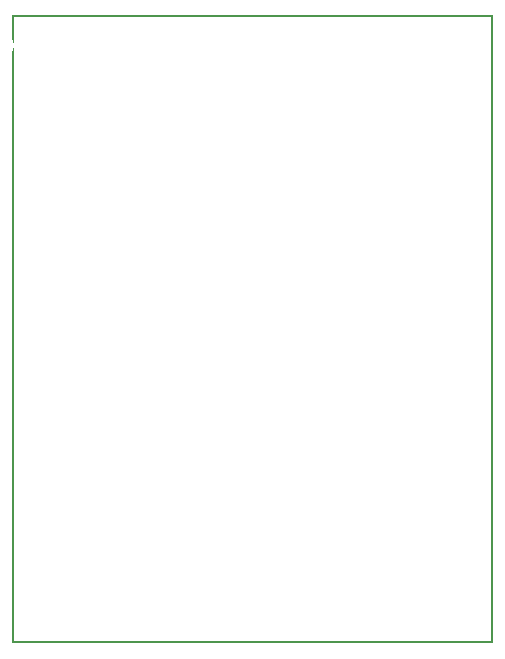
<source format=gbo>
G04 MADE WITH FRITZING*
G04 WWW.FRITZING.ORG*
G04 DOUBLE SIDED*
G04 HOLES PLATED*
G04 CONTOUR ON CENTER OF CONTOUR VECTOR*
%ASAXBY*%
%FSLAX23Y23*%
%MOIN*%
%OFA0B0*%
%SFA1.0B1.0*%
%ADD10R,0.001000X0.001000*%
%LNSILK0*%
G90*
G70*
G54D10*
X1Y2094D02*
X1604Y2094D01*
X1Y2093D02*
X1604Y2093D01*
X1Y2092D02*
X1604Y2092D01*
X1Y2091D02*
X1604Y2091D01*
X1Y2090D02*
X1604Y2090D01*
X1Y2089D02*
X1604Y2089D01*
X1Y2088D02*
X1604Y2088D01*
X1Y2087D02*
X1604Y2087D01*
X1Y2086D02*
X8Y2086D01*
X1597Y2086D02*
X1604Y2086D01*
X1Y2085D02*
X8Y2085D01*
X1597Y2085D02*
X1604Y2085D01*
X1Y2084D02*
X8Y2084D01*
X1597Y2084D02*
X1604Y2084D01*
X1Y2083D02*
X8Y2083D01*
X1597Y2083D02*
X1604Y2083D01*
X1Y2082D02*
X8Y2082D01*
X1597Y2082D02*
X1604Y2082D01*
X1Y2081D02*
X8Y2081D01*
X1597Y2081D02*
X1604Y2081D01*
X1Y2080D02*
X8Y2080D01*
X1597Y2080D02*
X1604Y2080D01*
X1Y2079D02*
X8Y2079D01*
X1597Y2079D02*
X1604Y2079D01*
X1Y2078D02*
X8Y2078D01*
X1597Y2078D02*
X1604Y2078D01*
X1Y2077D02*
X8Y2077D01*
X1597Y2077D02*
X1604Y2077D01*
X1Y2076D02*
X8Y2076D01*
X1597Y2076D02*
X1604Y2076D01*
X1Y2075D02*
X8Y2075D01*
X1597Y2075D02*
X1604Y2075D01*
X1Y2074D02*
X8Y2074D01*
X1597Y2074D02*
X1604Y2074D01*
X1Y2073D02*
X8Y2073D01*
X1597Y2073D02*
X1604Y2073D01*
X1Y2072D02*
X8Y2072D01*
X1597Y2072D02*
X1604Y2072D01*
X1Y2071D02*
X8Y2071D01*
X1597Y2071D02*
X1604Y2071D01*
X1Y2070D02*
X8Y2070D01*
X1597Y2070D02*
X1604Y2070D01*
X1Y2069D02*
X8Y2069D01*
X1597Y2069D02*
X1604Y2069D01*
X1Y2068D02*
X8Y2068D01*
X1597Y2068D02*
X1604Y2068D01*
X1Y2067D02*
X8Y2067D01*
X1597Y2067D02*
X1604Y2067D01*
X1Y2066D02*
X8Y2066D01*
X1597Y2066D02*
X1604Y2066D01*
X1Y2065D02*
X8Y2065D01*
X1597Y2065D02*
X1604Y2065D01*
X1Y2064D02*
X8Y2064D01*
X1597Y2064D02*
X1604Y2064D01*
X1Y2063D02*
X8Y2063D01*
X1597Y2063D02*
X1604Y2063D01*
X1Y2062D02*
X8Y2062D01*
X1597Y2062D02*
X1604Y2062D01*
X1Y2061D02*
X8Y2061D01*
X1597Y2061D02*
X1604Y2061D01*
X1Y2060D02*
X8Y2060D01*
X1597Y2060D02*
X1604Y2060D01*
X1Y2059D02*
X8Y2059D01*
X1597Y2059D02*
X1604Y2059D01*
X1Y2058D02*
X8Y2058D01*
X1597Y2058D02*
X1604Y2058D01*
X1Y2057D02*
X8Y2057D01*
X1597Y2057D02*
X1604Y2057D01*
X1Y2056D02*
X8Y2056D01*
X1597Y2056D02*
X1604Y2056D01*
X1Y2055D02*
X8Y2055D01*
X1597Y2055D02*
X1604Y2055D01*
X1Y2054D02*
X8Y2054D01*
X1597Y2054D02*
X1604Y2054D01*
X1Y2053D02*
X8Y2053D01*
X1597Y2053D02*
X1604Y2053D01*
X1Y2052D02*
X8Y2052D01*
X1597Y2052D02*
X1604Y2052D01*
X1Y2051D02*
X8Y2051D01*
X1597Y2051D02*
X1604Y2051D01*
X1Y2050D02*
X8Y2050D01*
X1597Y2050D02*
X1604Y2050D01*
X1Y2049D02*
X8Y2049D01*
X1597Y2049D02*
X1604Y2049D01*
X1Y2048D02*
X8Y2048D01*
X1597Y2048D02*
X1604Y2048D01*
X1Y2047D02*
X8Y2047D01*
X1597Y2047D02*
X1604Y2047D01*
X1Y2046D02*
X8Y2046D01*
X1597Y2046D02*
X1604Y2046D01*
X1Y2045D02*
X8Y2045D01*
X1597Y2045D02*
X1604Y2045D01*
X1Y2044D02*
X8Y2044D01*
X1597Y2044D02*
X1604Y2044D01*
X1Y2043D02*
X8Y2043D01*
X1597Y2043D02*
X1604Y2043D01*
X1Y2042D02*
X8Y2042D01*
X1597Y2042D02*
X1604Y2042D01*
X1Y2041D02*
X8Y2041D01*
X1597Y2041D02*
X1604Y2041D01*
X1Y2040D02*
X8Y2040D01*
X1597Y2040D02*
X1604Y2040D01*
X1Y2039D02*
X8Y2039D01*
X1597Y2039D02*
X1604Y2039D01*
X1Y2038D02*
X8Y2038D01*
X1597Y2038D02*
X1604Y2038D01*
X1Y2037D02*
X8Y2037D01*
X1597Y2037D02*
X1604Y2037D01*
X1Y2036D02*
X8Y2036D01*
X1597Y2036D02*
X1604Y2036D01*
X1Y2035D02*
X8Y2035D01*
X1597Y2035D02*
X1604Y2035D01*
X1Y2034D02*
X8Y2034D01*
X1597Y2034D02*
X1604Y2034D01*
X1Y2033D02*
X8Y2033D01*
X1597Y2033D02*
X1604Y2033D01*
X1Y2032D02*
X8Y2032D01*
X1597Y2032D02*
X1604Y2032D01*
X1Y2031D02*
X8Y2031D01*
X1597Y2031D02*
X1604Y2031D01*
X1Y2030D02*
X8Y2030D01*
X1597Y2030D02*
X1604Y2030D01*
X1Y2029D02*
X8Y2029D01*
X1597Y2029D02*
X1604Y2029D01*
X1Y2028D02*
X8Y2028D01*
X1597Y2028D02*
X1604Y2028D01*
X1Y2027D02*
X8Y2027D01*
X1597Y2027D02*
X1604Y2027D01*
X1Y2026D02*
X8Y2026D01*
X1597Y2026D02*
X1604Y2026D01*
X1Y2025D02*
X8Y2025D01*
X1597Y2025D02*
X1604Y2025D01*
X1Y2024D02*
X8Y2024D01*
X1597Y2024D02*
X1604Y2024D01*
X1Y2023D02*
X8Y2023D01*
X1597Y2023D02*
X1604Y2023D01*
X1Y2022D02*
X8Y2022D01*
X1597Y2022D02*
X1604Y2022D01*
X1Y2021D02*
X8Y2021D01*
X1597Y2021D02*
X1604Y2021D01*
X1Y2020D02*
X8Y2020D01*
X1597Y2020D02*
X1604Y2020D01*
X1Y2019D02*
X8Y2019D01*
X1597Y2019D02*
X1604Y2019D01*
X1Y2018D02*
X8Y2018D01*
X1597Y2018D02*
X1604Y2018D01*
X1Y2017D02*
X8Y2017D01*
X1597Y2017D02*
X1604Y2017D01*
X1Y2016D02*
X8Y2016D01*
X1597Y2016D02*
X1604Y2016D01*
X1Y2015D02*
X8Y2015D01*
X1597Y2015D02*
X1604Y2015D01*
X1Y2014D02*
X8Y2014D01*
X1597Y2014D02*
X1604Y2014D01*
X1Y2013D02*
X8Y2013D01*
X1597Y2013D02*
X1604Y2013D01*
X1Y2012D02*
X8Y2012D01*
X1597Y2012D02*
X1604Y2012D01*
X1Y2011D02*
X8Y2011D01*
X1597Y2011D02*
X1604Y2011D01*
X3Y2010D02*
X8Y2010D01*
X1597Y2010D02*
X1604Y2010D01*
X3Y2009D02*
X8Y2009D01*
X1597Y2009D02*
X1604Y2009D01*
X4Y2008D02*
X8Y2008D01*
X1597Y2008D02*
X1604Y2008D01*
X4Y2007D02*
X8Y2007D01*
X1597Y2007D02*
X1604Y2007D01*
X4Y2006D02*
X8Y2006D01*
X1597Y2006D02*
X1604Y2006D01*
X5Y2005D02*
X8Y2005D01*
X1597Y2005D02*
X1604Y2005D01*
X5Y2004D02*
X8Y2004D01*
X1597Y2004D02*
X1604Y2004D01*
X5Y2003D02*
X8Y2003D01*
X1597Y2003D02*
X1604Y2003D01*
X6Y2002D02*
X8Y2002D01*
X1597Y2002D02*
X1604Y2002D01*
X6Y2001D02*
X8Y2001D01*
X1597Y2001D02*
X1604Y2001D01*
X6Y2000D02*
X8Y2000D01*
X1597Y2000D02*
X1604Y2000D01*
X6Y1999D02*
X8Y1999D01*
X1597Y1999D02*
X1604Y1999D01*
X7Y1998D02*
X8Y1998D01*
X1597Y1998D02*
X1604Y1998D01*
X7Y1997D02*
X8Y1997D01*
X1597Y1997D02*
X1604Y1997D01*
X7Y1996D02*
X8Y1996D01*
X1597Y1996D02*
X1604Y1996D01*
X7Y1995D02*
X8Y1995D01*
X1597Y1995D02*
X1604Y1995D01*
X7Y1994D02*
X8Y1994D01*
X1597Y1994D02*
X1604Y1994D01*
X7Y1993D02*
X8Y1993D01*
X1597Y1993D02*
X1604Y1993D01*
X7Y1992D02*
X8Y1992D01*
X1597Y1992D02*
X1604Y1992D01*
X7Y1991D02*
X8Y1991D01*
X1597Y1991D02*
X1604Y1991D01*
X7Y1990D02*
X8Y1990D01*
X1597Y1990D02*
X1604Y1990D01*
X7Y1989D02*
X8Y1989D01*
X1597Y1989D02*
X1604Y1989D01*
X7Y1988D02*
X8Y1988D01*
X1597Y1988D02*
X1604Y1988D01*
X6Y1987D02*
X8Y1987D01*
X1597Y1987D02*
X1604Y1987D01*
X6Y1986D02*
X8Y1986D01*
X1597Y1986D02*
X1604Y1986D01*
X6Y1985D02*
X8Y1985D01*
X1597Y1985D02*
X1604Y1985D01*
X6Y1984D02*
X8Y1984D01*
X1597Y1984D02*
X1604Y1984D01*
X5Y1983D02*
X8Y1983D01*
X1597Y1983D02*
X1604Y1983D01*
X5Y1982D02*
X8Y1982D01*
X1597Y1982D02*
X1604Y1982D01*
X5Y1981D02*
X8Y1981D01*
X1597Y1981D02*
X1604Y1981D01*
X4Y1980D02*
X8Y1980D01*
X1597Y1980D02*
X1604Y1980D01*
X4Y1979D02*
X8Y1979D01*
X1597Y1979D02*
X1604Y1979D01*
X4Y1978D02*
X8Y1978D01*
X1597Y1978D02*
X1604Y1978D01*
X3Y1977D02*
X8Y1977D01*
X1597Y1977D02*
X1604Y1977D01*
X3Y1976D02*
X8Y1976D01*
X1597Y1976D02*
X1604Y1976D01*
X1Y1975D02*
X8Y1975D01*
X1597Y1975D02*
X1604Y1975D01*
X1Y1974D02*
X8Y1974D01*
X1597Y1974D02*
X1604Y1974D01*
X1Y1973D02*
X8Y1973D01*
X1597Y1973D02*
X1604Y1973D01*
X1Y1972D02*
X8Y1972D01*
X1597Y1972D02*
X1604Y1972D01*
X1Y1971D02*
X8Y1971D01*
X1597Y1971D02*
X1604Y1971D01*
X1Y1970D02*
X8Y1970D01*
X1597Y1970D02*
X1604Y1970D01*
X1Y1969D02*
X8Y1969D01*
X1597Y1969D02*
X1604Y1969D01*
X1Y1968D02*
X8Y1968D01*
X1597Y1968D02*
X1604Y1968D01*
X1Y1967D02*
X8Y1967D01*
X1597Y1967D02*
X1604Y1967D01*
X1Y1966D02*
X8Y1966D01*
X1597Y1966D02*
X1604Y1966D01*
X1Y1965D02*
X8Y1965D01*
X1597Y1965D02*
X1604Y1965D01*
X1Y1964D02*
X8Y1964D01*
X1597Y1964D02*
X1604Y1964D01*
X1Y1963D02*
X8Y1963D01*
X1597Y1963D02*
X1604Y1963D01*
X1Y1962D02*
X8Y1962D01*
X1597Y1962D02*
X1604Y1962D01*
X1Y1961D02*
X8Y1961D01*
X1597Y1961D02*
X1604Y1961D01*
X1Y1960D02*
X8Y1960D01*
X1597Y1960D02*
X1604Y1960D01*
X1Y1959D02*
X8Y1959D01*
X1597Y1959D02*
X1604Y1959D01*
X1Y1958D02*
X8Y1958D01*
X1597Y1958D02*
X1604Y1958D01*
X1Y1957D02*
X8Y1957D01*
X1597Y1957D02*
X1604Y1957D01*
X1Y1956D02*
X8Y1956D01*
X1597Y1956D02*
X1604Y1956D01*
X1Y1955D02*
X8Y1955D01*
X1597Y1955D02*
X1604Y1955D01*
X1Y1954D02*
X8Y1954D01*
X1597Y1954D02*
X1604Y1954D01*
X1Y1953D02*
X8Y1953D01*
X1597Y1953D02*
X1604Y1953D01*
X1Y1952D02*
X8Y1952D01*
X1597Y1952D02*
X1604Y1952D01*
X1Y1951D02*
X8Y1951D01*
X1597Y1951D02*
X1604Y1951D01*
X1Y1950D02*
X8Y1950D01*
X1597Y1950D02*
X1604Y1950D01*
X1Y1949D02*
X8Y1949D01*
X1597Y1949D02*
X1604Y1949D01*
X1Y1948D02*
X8Y1948D01*
X1597Y1948D02*
X1604Y1948D01*
X1Y1947D02*
X8Y1947D01*
X1597Y1947D02*
X1604Y1947D01*
X1Y1946D02*
X8Y1946D01*
X1597Y1946D02*
X1604Y1946D01*
X1Y1945D02*
X8Y1945D01*
X1597Y1945D02*
X1604Y1945D01*
X1Y1944D02*
X8Y1944D01*
X1597Y1944D02*
X1604Y1944D01*
X1Y1943D02*
X8Y1943D01*
X1597Y1943D02*
X1604Y1943D01*
X1Y1942D02*
X8Y1942D01*
X1597Y1942D02*
X1604Y1942D01*
X1Y1941D02*
X8Y1941D01*
X1597Y1941D02*
X1604Y1941D01*
X1Y1940D02*
X8Y1940D01*
X1597Y1940D02*
X1604Y1940D01*
X1Y1939D02*
X8Y1939D01*
X1597Y1939D02*
X1604Y1939D01*
X1Y1938D02*
X8Y1938D01*
X1597Y1938D02*
X1604Y1938D01*
X1Y1937D02*
X8Y1937D01*
X1597Y1937D02*
X1604Y1937D01*
X1Y1936D02*
X8Y1936D01*
X1597Y1936D02*
X1604Y1936D01*
X1Y1935D02*
X8Y1935D01*
X1597Y1935D02*
X1604Y1935D01*
X1Y1934D02*
X8Y1934D01*
X1597Y1934D02*
X1604Y1934D01*
X1Y1933D02*
X8Y1933D01*
X1597Y1933D02*
X1604Y1933D01*
X1Y1932D02*
X8Y1932D01*
X1597Y1932D02*
X1604Y1932D01*
X1Y1931D02*
X8Y1931D01*
X1597Y1931D02*
X1604Y1931D01*
X1Y1930D02*
X8Y1930D01*
X1597Y1930D02*
X1604Y1930D01*
X1Y1929D02*
X8Y1929D01*
X1597Y1929D02*
X1604Y1929D01*
X1Y1928D02*
X8Y1928D01*
X1597Y1928D02*
X1604Y1928D01*
X1Y1927D02*
X8Y1927D01*
X1597Y1927D02*
X1604Y1927D01*
X1Y1926D02*
X8Y1926D01*
X1597Y1926D02*
X1604Y1926D01*
X1Y1925D02*
X8Y1925D01*
X1597Y1925D02*
X1604Y1925D01*
X1Y1924D02*
X8Y1924D01*
X1597Y1924D02*
X1604Y1924D01*
X1Y1923D02*
X8Y1923D01*
X1597Y1923D02*
X1604Y1923D01*
X1Y1922D02*
X8Y1922D01*
X1597Y1922D02*
X1604Y1922D01*
X1Y1921D02*
X8Y1921D01*
X1597Y1921D02*
X1604Y1921D01*
X1Y1920D02*
X8Y1920D01*
X1597Y1920D02*
X1604Y1920D01*
X1Y1919D02*
X8Y1919D01*
X1597Y1919D02*
X1604Y1919D01*
X1Y1918D02*
X8Y1918D01*
X1597Y1918D02*
X1604Y1918D01*
X1Y1917D02*
X8Y1917D01*
X1597Y1917D02*
X1604Y1917D01*
X1Y1916D02*
X8Y1916D01*
X1597Y1916D02*
X1604Y1916D01*
X1Y1915D02*
X8Y1915D01*
X1597Y1915D02*
X1604Y1915D01*
X1Y1914D02*
X8Y1914D01*
X1597Y1914D02*
X1604Y1914D01*
X1Y1913D02*
X8Y1913D01*
X1597Y1913D02*
X1604Y1913D01*
X1Y1912D02*
X8Y1912D01*
X1597Y1912D02*
X1604Y1912D01*
X1Y1911D02*
X8Y1911D01*
X1597Y1911D02*
X1604Y1911D01*
X1Y1910D02*
X8Y1910D01*
X1597Y1910D02*
X1604Y1910D01*
X1Y1909D02*
X8Y1909D01*
X1597Y1909D02*
X1604Y1909D01*
X1Y1908D02*
X8Y1908D01*
X1597Y1908D02*
X1604Y1908D01*
X1Y1907D02*
X8Y1907D01*
X1597Y1907D02*
X1604Y1907D01*
X1Y1906D02*
X8Y1906D01*
X1597Y1906D02*
X1604Y1906D01*
X1Y1905D02*
X8Y1905D01*
X1597Y1905D02*
X1604Y1905D01*
X1Y1904D02*
X8Y1904D01*
X1597Y1904D02*
X1604Y1904D01*
X1Y1903D02*
X8Y1903D01*
X1597Y1903D02*
X1604Y1903D01*
X1Y1902D02*
X8Y1902D01*
X1597Y1902D02*
X1604Y1902D01*
X1Y1901D02*
X8Y1901D01*
X1597Y1901D02*
X1604Y1901D01*
X1Y1900D02*
X8Y1900D01*
X1597Y1900D02*
X1604Y1900D01*
X1Y1899D02*
X8Y1899D01*
X1597Y1899D02*
X1604Y1899D01*
X1Y1898D02*
X8Y1898D01*
X1597Y1898D02*
X1604Y1898D01*
X1Y1897D02*
X8Y1897D01*
X1597Y1897D02*
X1604Y1897D01*
X1Y1896D02*
X8Y1896D01*
X1597Y1896D02*
X1604Y1896D01*
X1Y1895D02*
X8Y1895D01*
X1597Y1895D02*
X1604Y1895D01*
X1Y1894D02*
X8Y1894D01*
X1597Y1894D02*
X1604Y1894D01*
X1Y1893D02*
X8Y1893D01*
X1597Y1893D02*
X1604Y1893D01*
X1Y1892D02*
X8Y1892D01*
X1597Y1892D02*
X1604Y1892D01*
X1Y1891D02*
X8Y1891D01*
X1597Y1891D02*
X1604Y1891D01*
X1Y1890D02*
X8Y1890D01*
X1597Y1890D02*
X1604Y1890D01*
X1Y1889D02*
X8Y1889D01*
X1597Y1889D02*
X1604Y1889D01*
X1Y1888D02*
X8Y1888D01*
X1597Y1888D02*
X1604Y1888D01*
X1Y1887D02*
X8Y1887D01*
X1597Y1887D02*
X1604Y1887D01*
X1Y1886D02*
X8Y1886D01*
X1597Y1886D02*
X1604Y1886D01*
X1Y1885D02*
X8Y1885D01*
X1597Y1885D02*
X1604Y1885D01*
X1Y1884D02*
X8Y1884D01*
X1597Y1884D02*
X1604Y1884D01*
X1Y1883D02*
X8Y1883D01*
X1597Y1883D02*
X1604Y1883D01*
X1Y1882D02*
X8Y1882D01*
X1597Y1882D02*
X1604Y1882D01*
X1Y1881D02*
X8Y1881D01*
X1597Y1881D02*
X1604Y1881D01*
X1Y1880D02*
X8Y1880D01*
X1597Y1880D02*
X1604Y1880D01*
X1Y1879D02*
X8Y1879D01*
X1597Y1879D02*
X1604Y1879D01*
X1Y1878D02*
X8Y1878D01*
X1597Y1878D02*
X1604Y1878D01*
X1Y1877D02*
X8Y1877D01*
X1597Y1877D02*
X1604Y1877D01*
X1Y1876D02*
X8Y1876D01*
X1597Y1876D02*
X1604Y1876D01*
X1Y1875D02*
X8Y1875D01*
X1597Y1875D02*
X1604Y1875D01*
X1Y1874D02*
X8Y1874D01*
X1597Y1874D02*
X1604Y1874D01*
X1Y1873D02*
X8Y1873D01*
X1597Y1873D02*
X1604Y1873D01*
X1Y1872D02*
X8Y1872D01*
X1597Y1872D02*
X1604Y1872D01*
X1Y1871D02*
X8Y1871D01*
X1597Y1871D02*
X1604Y1871D01*
X1Y1870D02*
X8Y1870D01*
X1597Y1870D02*
X1604Y1870D01*
X1Y1869D02*
X8Y1869D01*
X1597Y1869D02*
X1604Y1869D01*
X1Y1868D02*
X8Y1868D01*
X1597Y1868D02*
X1604Y1868D01*
X1Y1867D02*
X8Y1867D01*
X1597Y1867D02*
X1604Y1867D01*
X1Y1866D02*
X8Y1866D01*
X1597Y1866D02*
X1604Y1866D01*
X1Y1865D02*
X8Y1865D01*
X1597Y1865D02*
X1604Y1865D01*
X1Y1864D02*
X8Y1864D01*
X1597Y1864D02*
X1604Y1864D01*
X1Y1863D02*
X8Y1863D01*
X1597Y1863D02*
X1604Y1863D01*
X1Y1862D02*
X8Y1862D01*
X1597Y1862D02*
X1604Y1862D01*
X1Y1861D02*
X8Y1861D01*
X1597Y1861D02*
X1604Y1861D01*
X1Y1860D02*
X8Y1860D01*
X1597Y1860D02*
X1604Y1860D01*
X1Y1859D02*
X8Y1859D01*
X1597Y1859D02*
X1604Y1859D01*
X1Y1858D02*
X8Y1858D01*
X1597Y1858D02*
X1604Y1858D01*
X1Y1857D02*
X8Y1857D01*
X1597Y1857D02*
X1604Y1857D01*
X1Y1856D02*
X8Y1856D01*
X1597Y1856D02*
X1604Y1856D01*
X1Y1855D02*
X8Y1855D01*
X1597Y1855D02*
X1604Y1855D01*
X1Y1854D02*
X8Y1854D01*
X1597Y1854D02*
X1604Y1854D01*
X1Y1853D02*
X8Y1853D01*
X1597Y1853D02*
X1604Y1853D01*
X1Y1852D02*
X8Y1852D01*
X1597Y1852D02*
X1604Y1852D01*
X1Y1851D02*
X8Y1851D01*
X1597Y1851D02*
X1604Y1851D01*
X1Y1850D02*
X8Y1850D01*
X1597Y1850D02*
X1604Y1850D01*
X1Y1849D02*
X8Y1849D01*
X1597Y1849D02*
X1604Y1849D01*
X1Y1848D02*
X8Y1848D01*
X1597Y1848D02*
X1604Y1848D01*
X1Y1847D02*
X8Y1847D01*
X1597Y1847D02*
X1604Y1847D01*
X1Y1846D02*
X8Y1846D01*
X1597Y1846D02*
X1604Y1846D01*
X1Y1845D02*
X8Y1845D01*
X1597Y1845D02*
X1604Y1845D01*
X1Y1844D02*
X8Y1844D01*
X1597Y1844D02*
X1604Y1844D01*
X1Y1843D02*
X8Y1843D01*
X1597Y1843D02*
X1604Y1843D01*
X1Y1842D02*
X8Y1842D01*
X1597Y1842D02*
X1604Y1842D01*
X1Y1841D02*
X8Y1841D01*
X1597Y1841D02*
X1604Y1841D01*
X1Y1840D02*
X8Y1840D01*
X1597Y1840D02*
X1604Y1840D01*
X1Y1839D02*
X8Y1839D01*
X1597Y1839D02*
X1604Y1839D01*
X1Y1838D02*
X8Y1838D01*
X1597Y1838D02*
X1604Y1838D01*
X1Y1837D02*
X8Y1837D01*
X1597Y1837D02*
X1604Y1837D01*
X1Y1836D02*
X8Y1836D01*
X1597Y1836D02*
X1604Y1836D01*
X1Y1835D02*
X8Y1835D01*
X1597Y1835D02*
X1604Y1835D01*
X1Y1834D02*
X8Y1834D01*
X1597Y1834D02*
X1604Y1834D01*
X1Y1833D02*
X8Y1833D01*
X1597Y1833D02*
X1604Y1833D01*
X1Y1832D02*
X8Y1832D01*
X1597Y1832D02*
X1604Y1832D01*
X1Y1831D02*
X8Y1831D01*
X1597Y1831D02*
X1604Y1831D01*
X1Y1830D02*
X8Y1830D01*
X1597Y1830D02*
X1604Y1830D01*
X1Y1829D02*
X8Y1829D01*
X1597Y1829D02*
X1604Y1829D01*
X1Y1828D02*
X8Y1828D01*
X1597Y1828D02*
X1604Y1828D01*
X1Y1827D02*
X8Y1827D01*
X1597Y1827D02*
X1604Y1827D01*
X1Y1826D02*
X8Y1826D01*
X1597Y1826D02*
X1604Y1826D01*
X1Y1825D02*
X8Y1825D01*
X1597Y1825D02*
X1604Y1825D01*
X1Y1824D02*
X8Y1824D01*
X1597Y1824D02*
X1604Y1824D01*
X1Y1823D02*
X8Y1823D01*
X1597Y1823D02*
X1604Y1823D01*
X1Y1822D02*
X8Y1822D01*
X1597Y1822D02*
X1604Y1822D01*
X1Y1821D02*
X8Y1821D01*
X1597Y1821D02*
X1604Y1821D01*
X1Y1820D02*
X8Y1820D01*
X1597Y1820D02*
X1604Y1820D01*
X1Y1819D02*
X8Y1819D01*
X1597Y1819D02*
X1604Y1819D01*
X1Y1818D02*
X8Y1818D01*
X1597Y1818D02*
X1604Y1818D01*
X1Y1817D02*
X8Y1817D01*
X1597Y1817D02*
X1604Y1817D01*
X1Y1816D02*
X8Y1816D01*
X1597Y1816D02*
X1604Y1816D01*
X1Y1815D02*
X8Y1815D01*
X1597Y1815D02*
X1604Y1815D01*
X1Y1814D02*
X8Y1814D01*
X1597Y1814D02*
X1604Y1814D01*
X1Y1813D02*
X8Y1813D01*
X1597Y1813D02*
X1604Y1813D01*
X1Y1812D02*
X8Y1812D01*
X1597Y1812D02*
X1604Y1812D01*
X1Y1811D02*
X8Y1811D01*
X1597Y1811D02*
X1604Y1811D01*
X1Y1810D02*
X8Y1810D01*
X1597Y1810D02*
X1604Y1810D01*
X1Y1809D02*
X8Y1809D01*
X1597Y1809D02*
X1604Y1809D01*
X1Y1808D02*
X8Y1808D01*
X1597Y1808D02*
X1604Y1808D01*
X1Y1807D02*
X8Y1807D01*
X1597Y1807D02*
X1604Y1807D01*
X1Y1806D02*
X8Y1806D01*
X1597Y1806D02*
X1604Y1806D01*
X1Y1805D02*
X8Y1805D01*
X1597Y1805D02*
X1604Y1805D01*
X1Y1804D02*
X8Y1804D01*
X1597Y1804D02*
X1604Y1804D01*
X1Y1803D02*
X8Y1803D01*
X1597Y1803D02*
X1604Y1803D01*
X1Y1802D02*
X8Y1802D01*
X1597Y1802D02*
X1604Y1802D01*
X1Y1801D02*
X8Y1801D01*
X1597Y1801D02*
X1604Y1801D01*
X1Y1800D02*
X8Y1800D01*
X1597Y1800D02*
X1604Y1800D01*
X1Y1799D02*
X8Y1799D01*
X1597Y1799D02*
X1604Y1799D01*
X1Y1798D02*
X8Y1798D01*
X1597Y1798D02*
X1604Y1798D01*
X1Y1797D02*
X8Y1797D01*
X1597Y1797D02*
X1604Y1797D01*
X1Y1796D02*
X8Y1796D01*
X1597Y1796D02*
X1604Y1796D01*
X1Y1795D02*
X8Y1795D01*
X1597Y1795D02*
X1604Y1795D01*
X1Y1794D02*
X8Y1794D01*
X1597Y1794D02*
X1604Y1794D01*
X1Y1793D02*
X8Y1793D01*
X1597Y1793D02*
X1604Y1793D01*
X1Y1792D02*
X8Y1792D01*
X1597Y1792D02*
X1604Y1792D01*
X1Y1791D02*
X8Y1791D01*
X1597Y1791D02*
X1604Y1791D01*
X1Y1790D02*
X8Y1790D01*
X1597Y1790D02*
X1604Y1790D01*
X1Y1789D02*
X8Y1789D01*
X1597Y1789D02*
X1604Y1789D01*
X1Y1788D02*
X8Y1788D01*
X1597Y1788D02*
X1604Y1788D01*
X1Y1787D02*
X8Y1787D01*
X1597Y1787D02*
X1604Y1787D01*
X1Y1786D02*
X8Y1786D01*
X1597Y1786D02*
X1604Y1786D01*
X1Y1785D02*
X8Y1785D01*
X1597Y1785D02*
X1604Y1785D01*
X1Y1784D02*
X8Y1784D01*
X1597Y1784D02*
X1604Y1784D01*
X1Y1783D02*
X8Y1783D01*
X1597Y1783D02*
X1604Y1783D01*
X1Y1782D02*
X8Y1782D01*
X1597Y1782D02*
X1604Y1782D01*
X1Y1781D02*
X8Y1781D01*
X1597Y1781D02*
X1604Y1781D01*
X1Y1780D02*
X8Y1780D01*
X1597Y1780D02*
X1604Y1780D01*
X1Y1779D02*
X8Y1779D01*
X1597Y1779D02*
X1604Y1779D01*
X1Y1778D02*
X8Y1778D01*
X1597Y1778D02*
X1604Y1778D01*
X1Y1777D02*
X8Y1777D01*
X1597Y1777D02*
X1604Y1777D01*
X1Y1776D02*
X8Y1776D01*
X1597Y1776D02*
X1604Y1776D01*
X1Y1775D02*
X8Y1775D01*
X1597Y1775D02*
X1604Y1775D01*
X1Y1774D02*
X8Y1774D01*
X1597Y1774D02*
X1604Y1774D01*
X1Y1773D02*
X8Y1773D01*
X1597Y1773D02*
X1604Y1773D01*
X1Y1772D02*
X8Y1772D01*
X1597Y1772D02*
X1604Y1772D01*
X1Y1771D02*
X8Y1771D01*
X1597Y1771D02*
X1604Y1771D01*
X1Y1770D02*
X8Y1770D01*
X1597Y1770D02*
X1604Y1770D01*
X1Y1769D02*
X8Y1769D01*
X1597Y1769D02*
X1604Y1769D01*
X1Y1768D02*
X8Y1768D01*
X1597Y1768D02*
X1604Y1768D01*
X1Y1767D02*
X8Y1767D01*
X1597Y1767D02*
X1604Y1767D01*
X1Y1766D02*
X8Y1766D01*
X1597Y1766D02*
X1604Y1766D01*
X1Y1765D02*
X8Y1765D01*
X1597Y1765D02*
X1604Y1765D01*
X1Y1764D02*
X8Y1764D01*
X1597Y1764D02*
X1604Y1764D01*
X1Y1763D02*
X8Y1763D01*
X1597Y1763D02*
X1604Y1763D01*
X1Y1762D02*
X8Y1762D01*
X1597Y1762D02*
X1604Y1762D01*
X1Y1761D02*
X8Y1761D01*
X1597Y1761D02*
X1604Y1761D01*
X1Y1760D02*
X8Y1760D01*
X1597Y1760D02*
X1604Y1760D01*
X1Y1759D02*
X8Y1759D01*
X1597Y1759D02*
X1604Y1759D01*
X1Y1758D02*
X8Y1758D01*
X1597Y1758D02*
X1604Y1758D01*
X1Y1757D02*
X8Y1757D01*
X1597Y1757D02*
X1604Y1757D01*
X1Y1756D02*
X8Y1756D01*
X1597Y1756D02*
X1604Y1756D01*
X1Y1755D02*
X8Y1755D01*
X1597Y1755D02*
X1604Y1755D01*
X1Y1754D02*
X8Y1754D01*
X1597Y1754D02*
X1604Y1754D01*
X1Y1753D02*
X8Y1753D01*
X1597Y1753D02*
X1604Y1753D01*
X1Y1752D02*
X8Y1752D01*
X1597Y1752D02*
X1604Y1752D01*
X1Y1751D02*
X8Y1751D01*
X1597Y1751D02*
X1604Y1751D01*
X1Y1750D02*
X8Y1750D01*
X1597Y1750D02*
X1604Y1750D01*
X1Y1749D02*
X8Y1749D01*
X1597Y1749D02*
X1604Y1749D01*
X1Y1748D02*
X8Y1748D01*
X1597Y1748D02*
X1604Y1748D01*
X1Y1747D02*
X8Y1747D01*
X1597Y1747D02*
X1604Y1747D01*
X1Y1746D02*
X8Y1746D01*
X1597Y1746D02*
X1604Y1746D01*
X1Y1745D02*
X8Y1745D01*
X1597Y1745D02*
X1604Y1745D01*
X1Y1744D02*
X8Y1744D01*
X1597Y1744D02*
X1604Y1744D01*
X1Y1743D02*
X8Y1743D01*
X1597Y1743D02*
X1604Y1743D01*
X1Y1742D02*
X8Y1742D01*
X1597Y1742D02*
X1604Y1742D01*
X1Y1741D02*
X8Y1741D01*
X1597Y1741D02*
X1604Y1741D01*
X1Y1740D02*
X8Y1740D01*
X1597Y1740D02*
X1604Y1740D01*
X1Y1739D02*
X8Y1739D01*
X1597Y1739D02*
X1604Y1739D01*
X1Y1738D02*
X8Y1738D01*
X1597Y1738D02*
X1604Y1738D01*
X1Y1737D02*
X8Y1737D01*
X1597Y1737D02*
X1604Y1737D01*
X1Y1736D02*
X8Y1736D01*
X1597Y1736D02*
X1604Y1736D01*
X1Y1735D02*
X8Y1735D01*
X1597Y1735D02*
X1604Y1735D01*
X1Y1734D02*
X8Y1734D01*
X1597Y1734D02*
X1604Y1734D01*
X1Y1733D02*
X8Y1733D01*
X1597Y1733D02*
X1604Y1733D01*
X1Y1732D02*
X8Y1732D01*
X1597Y1732D02*
X1604Y1732D01*
X1Y1731D02*
X8Y1731D01*
X1597Y1731D02*
X1604Y1731D01*
X1Y1730D02*
X8Y1730D01*
X1597Y1730D02*
X1604Y1730D01*
X1Y1729D02*
X8Y1729D01*
X1597Y1729D02*
X1604Y1729D01*
X1Y1728D02*
X8Y1728D01*
X1597Y1728D02*
X1604Y1728D01*
X1Y1727D02*
X8Y1727D01*
X1597Y1727D02*
X1604Y1727D01*
X1Y1726D02*
X8Y1726D01*
X1597Y1726D02*
X1604Y1726D01*
X1Y1725D02*
X8Y1725D01*
X1597Y1725D02*
X1604Y1725D01*
X1Y1724D02*
X8Y1724D01*
X1597Y1724D02*
X1604Y1724D01*
X1Y1723D02*
X8Y1723D01*
X1597Y1723D02*
X1604Y1723D01*
X1Y1722D02*
X8Y1722D01*
X1597Y1722D02*
X1604Y1722D01*
X1Y1721D02*
X8Y1721D01*
X1597Y1721D02*
X1604Y1721D01*
X1Y1720D02*
X8Y1720D01*
X1597Y1720D02*
X1604Y1720D01*
X1Y1719D02*
X8Y1719D01*
X1597Y1719D02*
X1604Y1719D01*
X1Y1718D02*
X8Y1718D01*
X1597Y1718D02*
X1604Y1718D01*
X1Y1717D02*
X8Y1717D01*
X1597Y1717D02*
X1604Y1717D01*
X1Y1716D02*
X8Y1716D01*
X1597Y1716D02*
X1604Y1716D01*
X1Y1715D02*
X8Y1715D01*
X1597Y1715D02*
X1604Y1715D01*
X1Y1714D02*
X8Y1714D01*
X1597Y1714D02*
X1604Y1714D01*
X1Y1713D02*
X8Y1713D01*
X1597Y1713D02*
X1604Y1713D01*
X1Y1712D02*
X8Y1712D01*
X1597Y1712D02*
X1604Y1712D01*
X1Y1711D02*
X8Y1711D01*
X1597Y1711D02*
X1604Y1711D01*
X1Y1710D02*
X8Y1710D01*
X1597Y1710D02*
X1604Y1710D01*
X1Y1709D02*
X8Y1709D01*
X1597Y1709D02*
X1604Y1709D01*
X1Y1708D02*
X8Y1708D01*
X1597Y1708D02*
X1604Y1708D01*
X1Y1707D02*
X8Y1707D01*
X1597Y1707D02*
X1604Y1707D01*
X1Y1706D02*
X8Y1706D01*
X1597Y1706D02*
X1604Y1706D01*
X1Y1705D02*
X8Y1705D01*
X1597Y1705D02*
X1604Y1705D01*
X1Y1704D02*
X8Y1704D01*
X1597Y1704D02*
X1604Y1704D01*
X1Y1703D02*
X8Y1703D01*
X1597Y1703D02*
X1604Y1703D01*
X1Y1702D02*
X8Y1702D01*
X1597Y1702D02*
X1604Y1702D01*
X1Y1701D02*
X8Y1701D01*
X1597Y1701D02*
X1604Y1701D01*
X1Y1700D02*
X8Y1700D01*
X1597Y1700D02*
X1604Y1700D01*
X1Y1699D02*
X8Y1699D01*
X1597Y1699D02*
X1604Y1699D01*
X1Y1698D02*
X8Y1698D01*
X1597Y1698D02*
X1604Y1698D01*
X1Y1697D02*
X8Y1697D01*
X1597Y1697D02*
X1604Y1697D01*
X1Y1696D02*
X8Y1696D01*
X1597Y1696D02*
X1604Y1696D01*
X1Y1695D02*
X8Y1695D01*
X1597Y1695D02*
X1604Y1695D01*
X1Y1694D02*
X8Y1694D01*
X1597Y1694D02*
X1604Y1694D01*
X1Y1693D02*
X8Y1693D01*
X1597Y1693D02*
X1604Y1693D01*
X1Y1692D02*
X8Y1692D01*
X1597Y1692D02*
X1604Y1692D01*
X1Y1691D02*
X8Y1691D01*
X1597Y1691D02*
X1604Y1691D01*
X1Y1690D02*
X8Y1690D01*
X1597Y1690D02*
X1604Y1690D01*
X1Y1689D02*
X8Y1689D01*
X1597Y1689D02*
X1604Y1689D01*
X1Y1688D02*
X8Y1688D01*
X1597Y1688D02*
X1604Y1688D01*
X1Y1687D02*
X8Y1687D01*
X1597Y1687D02*
X1604Y1687D01*
X1Y1686D02*
X8Y1686D01*
X1597Y1686D02*
X1604Y1686D01*
X1Y1685D02*
X8Y1685D01*
X1597Y1685D02*
X1604Y1685D01*
X1Y1684D02*
X8Y1684D01*
X1597Y1684D02*
X1604Y1684D01*
X1Y1683D02*
X8Y1683D01*
X1597Y1683D02*
X1604Y1683D01*
X1Y1682D02*
X8Y1682D01*
X1597Y1682D02*
X1604Y1682D01*
X1Y1681D02*
X8Y1681D01*
X1597Y1681D02*
X1604Y1681D01*
X1Y1680D02*
X8Y1680D01*
X1597Y1680D02*
X1604Y1680D01*
X1Y1679D02*
X8Y1679D01*
X1597Y1679D02*
X1604Y1679D01*
X1Y1678D02*
X8Y1678D01*
X1597Y1678D02*
X1604Y1678D01*
X1Y1677D02*
X8Y1677D01*
X1597Y1677D02*
X1604Y1677D01*
X1Y1676D02*
X8Y1676D01*
X1597Y1676D02*
X1604Y1676D01*
X1Y1675D02*
X8Y1675D01*
X1597Y1675D02*
X1604Y1675D01*
X1Y1674D02*
X8Y1674D01*
X1597Y1674D02*
X1604Y1674D01*
X1Y1673D02*
X8Y1673D01*
X1597Y1673D02*
X1604Y1673D01*
X1Y1672D02*
X8Y1672D01*
X1597Y1672D02*
X1604Y1672D01*
X1Y1671D02*
X8Y1671D01*
X1597Y1671D02*
X1604Y1671D01*
X1Y1670D02*
X8Y1670D01*
X1597Y1670D02*
X1604Y1670D01*
X1Y1669D02*
X8Y1669D01*
X1597Y1669D02*
X1604Y1669D01*
X1Y1668D02*
X8Y1668D01*
X1597Y1668D02*
X1604Y1668D01*
X1Y1667D02*
X8Y1667D01*
X1597Y1667D02*
X1604Y1667D01*
X1Y1666D02*
X8Y1666D01*
X1597Y1666D02*
X1604Y1666D01*
X1Y1665D02*
X8Y1665D01*
X1597Y1665D02*
X1604Y1665D01*
X1Y1664D02*
X8Y1664D01*
X1597Y1664D02*
X1604Y1664D01*
X1Y1663D02*
X8Y1663D01*
X1597Y1663D02*
X1604Y1663D01*
X1Y1662D02*
X8Y1662D01*
X1597Y1662D02*
X1604Y1662D01*
X1Y1661D02*
X8Y1661D01*
X1597Y1661D02*
X1604Y1661D01*
X1Y1660D02*
X8Y1660D01*
X1597Y1660D02*
X1604Y1660D01*
X1Y1659D02*
X8Y1659D01*
X1597Y1659D02*
X1604Y1659D01*
X1Y1658D02*
X8Y1658D01*
X1597Y1658D02*
X1604Y1658D01*
X1Y1657D02*
X8Y1657D01*
X1597Y1657D02*
X1604Y1657D01*
X1Y1656D02*
X8Y1656D01*
X1597Y1656D02*
X1604Y1656D01*
X1Y1655D02*
X8Y1655D01*
X1597Y1655D02*
X1604Y1655D01*
X1Y1654D02*
X8Y1654D01*
X1597Y1654D02*
X1604Y1654D01*
X1Y1653D02*
X8Y1653D01*
X1597Y1653D02*
X1604Y1653D01*
X1Y1652D02*
X8Y1652D01*
X1597Y1652D02*
X1604Y1652D01*
X1Y1651D02*
X8Y1651D01*
X1597Y1651D02*
X1604Y1651D01*
X1Y1650D02*
X8Y1650D01*
X1597Y1650D02*
X1604Y1650D01*
X1Y1649D02*
X8Y1649D01*
X1597Y1649D02*
X1604Y1649D01*
X1Y1648D02*
X8Y1648D01*
X1597Y1648D02*
X1604Y1648D01*
X1Y1647D02*
X8Y1647D01*
X1597Y1647D02*
X1604Y1647D01*
X1Y1646D02*
X8Y1646D01*
X1597Y1646D02*
X1604Y1646D01*
X1Y1645D02*
X8Y1645D01*
X1597Y1645D02*
X1604Y1645D01*
X1Y1644D02*
X8Y1644D01*
X1597Y1644D02*
X1604Y1644D01*
X1Y1643D02*
X8Y1643D01*
X1597Y1643D02*
X1604Y1643D01*
X1Y1642D02*
X8Y1642D01*
X1597Y1642D02*
X1604Y1642D01*
X1Y1641D02*
X8Y1641D01*
X1597Y1641D02*
X1604Y1641D01*
X1Y1640D02*
X8Y1640D01*
X1597Y1640D02*
X1604Y1640D01*
X1Y1639D02*
X8Y1639D01*
X1597Y1639D02*
X1604Y1639D01*
X1Y1638D02*
X8Y1638D01*
X1597Y1638D02*
X1604Y1638D01*
X1Y1637D02*
X8Y1637D01*
X1597Y1637D02*
X1604Y1637D01*
X1Y1636D02*
X8Y1636D01*
X1597Y1636D02*
X1604Y1636D01*
X1Y1635D02*
X8Y1635D01*
X1597Y1635D02*
X1604Y1635D01*
X1Y1634D02*
X8Y1634D01*
X1597Y1634D02*
X1604Y1634D01*
X1Y1633D02*
X8Y1633D01*
X1597Y1633D02*
X1604Y1633D01*
X1Y1632D02*
X8Y1632D01*
X1597Y1632D02*
X1604Y1632D01*
X1Y1631D02*
X8Y1631D01*
X1597Y1631D02*
X1604Y1631D01*
X1Y1630D02*
X8Y1630D01*
X1597Y1630D02*
X1604Y1630D01*
X1Y1629D02*
X8Y1629D01*
X1597Y1629D02*
X1604Y1629D01*
X1Y1628D02*
X8Y1628D01*
X1597Y1628D02*
X1604Y1628D01*
X1Y1627D02*
X8Y1627D01*
X1597Y1627D02*
X1604Y1627D01*
X1Y1626D02*
X8Y1626D01*
X1597Y1626D02*
X1604Y1626D01*
X1Y1625D02*
X8Y1625D01*
X1597Y1625D02*
X1604Y1625D01*
X1Y1624D02*
X8Y1624D01*
X1597Y1624D02*
X1604Y1624D01*
X1Y1623D02*
X8Y1623D01*
X1597Y1623D02*
X1604Y1623D01*
X1Y1622D02*
X8Y1622D01*
X1597Y1622D02*
X1604Y1622D01*
X1Y1621D02*
X8Y1621D01*
X1597Y1621D02*
X1604Y1621D01*
X1Y1620D02*
X8Y1620D01*
X1597Y1620D02*
X1604Y1620D01*
X1Y1619D02*
X8Y1619D01*
X1597Y1619D02*
X1604Y1619D01*
X1Y1618D02*
X8Y1618D01*
X1597Y1618D02*
X1604Y1618D01*
X1Y1617D02*
X8Y1617D01*
X1597Y1617D02*
X1604Y1617D01*
X1Y1616D02*
X8Y1616D01*
X1597Y1616D02*
X1604Y1616D01*
X1Y1615D02*
X8Y1615D01*
X1597Y1615D02*
X1604Y1615D01*
X1Y1614D02*
X8Y1614D01*
X1597Y1614D02*
X1604Y1614D01*
X1Y1613D02*
X8Y1613D01*
X1597Y1613D02*
X1604Y1613D01*
X1Y1612D02*
X8Y1612D01*
X1597Y1612D02*
X1604Y1612D01*
X1Y1611D02*
X8Y1611D01*
X1597Y1611D02*
X1604Y1611D01*
X1Y1610D02*
X8Y1610D01*
X1597Y1610D02*
X1604Y1610D01*
X1Y1609D02*
X8Y1609D01*
X1597Y1609D02*
X1604Y1609D01*
X1Y1608D02*
X8Y1608D01*
X1597Y1608D02*
X1604Y1608D01*
X1Y1607D02*
X8Y1607D01*
X1597Y1607D02*
X1604Y1607D01*
X1Y1606D02*
X8Y1606D01*
X1597Y1606D02*
X1604Y1606D01*
X1Y1605D02*
X8Y1605D01*
X1597Y1605D02*
X1604Y1605D01*
X1Y1604D02*
X8Y1604D01*
X1597Y1604D02*
X1604Y1604D01*
X1Y1603D02*
X8Y1603D01*
X1597Y1603D02*
X1604Y1603D01*
X1Y1602D02*
X8Y1602D01*
X1597Y1602D02*
X1604Y1602D01*
X1Y1601D02*
X8Y1601D01*
X1597Y1601D02*
X1604Y1601D01*
X1Y1600D02*
X8Y1600D01*
X1597Y1600D02*
X1604Y1600D01*
X1Y1599D02*
X8Y1599D01*
X1597Y1599D02*
X1604Y1599D01*
X1Y1598D02*
X8Y1598D01*
X1597Y1598D02*
X1604Y1598D01*
X1Y1597D02*
X8Y1597D01*
X1597Y1597D02*
X1604Y1597D01*
X1Y1596D02*
X8Y1596D01*
X1597Y1596D02*
X1604Y1596D01*
X1Y1595D02*
X8Y1595D01*
X1597Y1595D02*
X1604Y1595D01*
X1Y1594D02*
X8Y1594D01*
X1597Y1594D02*
X1604Y1594D01*
X1Y1593D02*
X8Y1593D01*
X1597Y1593D02*
X1604Y1593D01*
X1Y1592D02*
X8Y1592D01*
X1597Y1592D02*
X1604Y1592D01*
X1Y1591D02*
X8Y1591D01*
X1597Y1591D02*
X1604Y1591D01*
X1Y1590D02*
X8Y1590D01*
X1597Y1590D02*
X1604Y1590D01*
X1Y1589D02*
X8Y1589D01*
X1597Y1589D02*
X1604Y1589D01*
X1Y1588D02*
X8Y1588D01*
X1597Y1588D02*
X1604Y1588D01*
X1Y1587D02*
X8Y1587D01*
X1597Y1587D02*
X1604Y1587D01*
X1Y1586D02*
X8Y1586D01*
X1597Y1586D02*
X1604Y1586D01*
X1Y1585D02*
X8Y1585D01*
X1597Y1585D02*
X1604Y1585D01*
X1Y1584D02*
X8Y1584D01*
X1597Y1584D02*
X1604Y1584D01*
X1Y1583D02*
X8Y1583D01*
X1597Y1583D02*
X1604Y1583D01*
X1Y1582D02*
X8Y1582D01*
X1597Y1582D02*
X1604Y1582D01*
X1Y1581D02*
X8Y1581D01*
X1597Y1581D02*
X1604Y1581D01*
X1Y1580D02*
X8Y1580D01*
X1597Y1580D02*
X1604Y1580D01*
X1Y1579D02*
X8Y1579D01*
X1597Y1579D02*
X1604Y1579D01*
X1Y1578D02*
X8Y1578D01*
X1597Y1578D02*
X1604Y1578D01*
X1Y1577D02*
X8Y1577D01*
X1597Y1577D02*
X1604Y1577D01*
X1Y1576D02*
X8Y1576D01*
X1597Y1576D02*
X1604Y1576D01*
X1Y1575D02*
X8Y1575D01*
X1597Y1575D02*
X1604Y1575D01*
X1Y1574D02*
X8Y1574D01*
X1597Y1574D02*
X1604Y1574D01*
X1Y1573D02*
X8Y1573D01*
X1597Y1573D02*
X1604Y1573D01*
X1Y1572D02*
X8Y1572D01*
X1597Y1572D02*
X1604Y1572D01*
X1Y1571D02*
X8Y1571D01*
X1597Y1571D02*
X1604Y1571D01*
X1Y1570D02*
X8Y1570D01*
X1597Y1570D02*
X1604Y1570D01*
X1Y1569D02*
X8Y1569D01*
X1597Y1569D02*
X1604Y1569D01*
X1Y1568D02*
X8Y1568D01*
X1597Y1568D02*
X1604Y1568D01*
X1Y1567D02*
X8Y1567D01*
X1597Y1567D02*
X1604Y1567D01*
X1Y1566D02*
X8Y1566D01*
X1597Y1566D02*
X1604Y1566D01*
X1Y1565D02*
X8Y1565D01*
X1597Y1565D02*
X1604Y1565D01*
X1Y1564D02*
X8Y1564D01*
X1597Y1564D02*
X1604Y1564D01*
X1Y1563D02*
X8Y1563D01*
X1597Y1563D02*
X1604Y1563D01*
X1Y1562D02*
X8Y1562D01*
X1597Y1562D02*
X1604Y1562D01*
X1Y1561D02*
X8Y1561D01*
X1597Y1561D02*
X1604Y1561D01*
X1Y1560D02*
X8Y1560D01*
X1597Y1560D02*
X1604Y1560D01*
X1Y1559D02*
X8Y1559D01*
X1597Y1559D02*
X1604Y1559D01*
X1Y1558D02*
X8Y1558D01*
X1597Y1558D02*
X1604Y1558D01*
X1Y1557D02*
X8Y1557D01*
X1597Y1557D02*
X1604Y1557D01*
X1Y1556D02*
X8Y1556D01*
X1597Y1556D02*
X1604Y1556D01*
X1Y1555D02*
X8Y1555D01*
X1597Y1555D02*
X1604Y1555D01*
X1Y1554D02*
X8Y1554D01*
X1597Y1554D02*
X1604Y1554D01*
X1Y1553D02*
X8Y1553D01*
X1597Y1553D02*
X1604Y1553D01*
X1Y1552D02*
X8Y1552D01*
X1597Y1552D02*
X1604Y1552D01*
X1Y1551D02*
X8Y1551D01*
X1597Y1551D02*
X1604Y1551D01*
X1Y1550D02*
X8Y1550D01*
X1597Y1550D02*
X1604Y1550D01*
X1Y1549D02*
X8Y1549D01*
X1597Y1549D02*
X1604Y1549D01*
X1Y1548D02*
X8Y1548D01*
X1597Y1548D02*
X1604Y1548D01*
X1Y1547D02*
X8Y1547D01*
X1597Y1547D02*
X1604Y1547D01*
X1Y1546D02*
X8Y1546D01*
X1597Y1546D02*
X1604Y1546D01*
X1Y1545D02*
X8Y1545D01*
X1597Y1545D02*
X1604Y1545D01*
X1Y1544D02*
X8Y1544D01*
X1597Y1544D02*
X1604Y1544D01*
X1Y1543D02*
X8Y1543D01*
X1597Y1543D02*
X1604Y1543D01*
X1Y1542D02*
X8Y1542D01*
X1597Y1542D02*
X1604Y1542D01*
X1Y1541D02*
X8Y1541D01*
X1597Y1541D02*
X1604Y1541D01*
X1Y1540D02*
X8Y1540D01*
X1597Y1540D02*
X1604Y1540D01*
X1Y1539D02*
X8Y1539D01*
X1597Y1539D02*
X1604Y1539D01*
X1Y1538D02*
X8Y1538D01*
X1597Y1538D02*
X1604Y1538D01*
X1Y1537D02*
X8Y1537D01*
X1597Y1537D02*
X1604Y1537D01*
X1Y1536D02*
X8Y1536D01*
X1597Y1536D02*
X1604Y1536D01*
X1Y1535D02*
X8Y1535D01*
X1597Y1535D02*
X1604Y1535D01*
X1Y1534D02*
X8Y1534D01*
X1597Y1534D02*
X1604Y1534D01*
X1Y1533D02*
X8Y1533D01*
X1597Y1533D02*
X1604Y1533D01*
X1Y1532D02*
X8Y1532D01*
X1597Y1532D02*
X1604Y1532D01*
X1Y1531D02*
X8Y1531D01*
X1597Y1531D02*
X1604Y1531D01*
X1Y1530D02*
X8Y1530D01*
X1597Y1530D02*
X1604Y1530D01*
X1Y1529D02*
X8Y1529D01*
X1597Y1529D02*
X1604Y1529D01*
X1Y1528D02*
X8Y1528D01*
X1597Y1528D02*
X1604Y1528D01*
X1Y1527D02*
X8Y1527D01*
X1597Y1527D02*
X1604Y1527D01*
X1Y1526D02*
X8Y1526D01*
X1597Y1526D02*
X1604Y1526D01*
X1Y1525D02*
X8Y1525D01*
X1597Y1525D02*
X1604Y1525D01*
X1Y1524D02*
X8Y1524D01*
X1597Y1524D02*
X1604Y1524D01*
X1Y1523D02*
X8Y1523D01*
X1597Y1523D02*
X1604Y1523D01*
X1Y1522D02*
X8Y1522D01*
X1597Y1522D02*
X1604Y1522D01*
X1Y1521D02*
X8Y1521D01*
X1597Y1521D02*
X1604Y1521D01*
X1Y1520D02*
X8Y1520D01*
X1597Y1520D02*
X1604Y1520D01*
X1Y1519D02*
X8Y1519D01*
X1597Y1519D02*
X1604Y1519D01*
X1Y1518D02*
X8Y1518D01*
X1597Y1518D02*
X1604Y1518D01*
X1Y1517D02*
X8Y1517D01*
X1597Y1517D02*
X1604Y1517D01*
X1Y1516D02*
X8Y1516D01*
X1597Y1516D02*
X1604Y1516D01*
X1Y1515D02*
X8Y1515D01*
X1597Y1515D02*
X1604Y1515D01*
X1Y1514D02*
X8Y1514D01*
X1597Y1514D02*
X1604Y1514D01*
X1Y1513D02*
X8Y1513D01*
X1597Y1513D02*
X1604Y1513D01*
X1Y1512D02*
X8Y1512D01*
X1597Y1512D02*
X1604Y1512D01*
X1Y1511D02*
X8Y1511D01*
X1597Y1511D02*
X1604Y1511D01*
X1Y1510D02*
X8Y1510D01*
X1597Y1510D02*
X1604Y1510D01*
X1Y1509D02*
X8Y1509D01*
X1597Y1509D02*
X1604Y1509D01*
X1Y1508D02*
X8Y1508D01*
X1597Y1508D02*
X1604Y1508D01*
X1Y1507D02*
X8Y1507D01*
X1597Y1507D02*
X1604Y1507D01*
X1Y1506D02*
X8Y1506D01*
X1597Y1506D02*
X1604Y1506D01*
X1Y1505D02*
X8Y1505D01*
X1597Y1505D02*
X1604Y1505D01*
X1Y1504D02*
X8Y1504D01*
X1597Y1504D02*
X1604Y1504D01*
X1Y1503D02*
X8Y1503D01*
X1597Y1503D02*
X1604Y1503D01*
X1Y1502D02*
X8Y1502D01*
X1597Y1502D02*
X1604Y1502D01*
X1Y1501D02*
X8Y1501D01*
X1597Y1501D02*
X1604Y1501D01*
X1Y1500D02*
X8Y1500D01*
X1597Y1500D02*
X1604Y1500D01*
X1Y1499D02*
X8Y1499D01*
X1597Y1499D02*
X1604Y1499D01*
X1Y1498D02*
X8Y1498D01*
X1597Y1498D02*
X1604Y1498D01*
X1Y1497D02*
X8Y1497D01*
X1597Y1497D02*
X1604Y1497D01*
X1Y1496D02*
X8Y1496D01*
X1597Y1496D02*
X1604Y1496D01*
X1Y1495D02*
X8Y1495D01*
X1597Y1495D02*
X1604Y1495D01*
X1Y1494D02*
X8Y1494D01*
X1597Y1494D02*
X1604Y1494D01*
X1Y1493D02*
X8Y1493D01*
X1597Y1493D02*
X1604Y1493D01*
X1Y1492D02*
X8Y1492D01*
X1597Y1492D02*
X1604Y1492D01*
X1Y1491D02*
X8Y1491D01*
X1597Y1491D02*
X1604Y1491D01*
X1Y1490D02*
X8Y1490D01*
X1597Y1490D02*
X1604Y1490D01*
X1Y1489D02*
X8Y1489D01*
X1597Y1489D02*
X1604Y1489D01*
X1Y1488D02*
X8Y1488D01*
X1597Y1488D02*
X1604Y1488D01*
X1Y1487D02*
X8Y1487D01*
X1597Y1487D02*
X1604Y1487D01*
X1Y1486D02*
X8Y1486D01*
X1597Y1486D02*
X1604Y1486D01*
X1Y1485D02*
X8Y1485D01*
X1597Y1485D02*
X1604Y1485D01*
X1Y1484D02*
X8Y1484D01*
X1597Y1484D02*
X1604Y1484D01*
X1Y1483D02*
X8Y1483D01*
X1597Y1483D02*
X1604Y1483D01*
X1Y1482D02*
X8Y1482D01*
X1597Y1482D02*
X1604Y1482D01*
X1Y1481D02*
X8Y1481D01*
X1597Y1481D02*
X1604Y1481D01*
X1Y1480D02*
X8Y1480D01*
X1597Y1480D02*
X1604Y1480D01*
X1Y1479D02*
X8Y1479D01*
X1597Y1479D02*
X1604Y1479D01*
X1Y1478D02*
X8Y1478D01*
X1597Y1478D02*
X1604Y1478D01*
X1Y1477D02*
X8Y1477D01*
X1597Y1477D02*
X1604Y1477D01*
X1Y1476D02*
X8Y1476D01*
X1597Y1476D02*
X1604Y1476D01*
X1Y1475D02*
X8Y1475D01*
X1597Y1475D02*
X1604Y1475D01*
X1Y1474D02*
X8Y1474D01*
X1597Y1474D02*
X1604Y1474D01*
X1Y1473D02*
X8Y1473D01*
X1597Y1473D02*
X1604Y1473D01*
X1Y1472D02*
X8Y1472D01*
X1597Y1472D02*
X1604Y1472D01*
X1Y1471D02*
X8Y1471D01*
X1597Y1471D02*
X1604Y1471D01*
X1Y1470D02*
X8Y1470D01*
X1597Y1470D02*
X1604Y1470D01*
X1Y1469D02*
X8Y1469D01*
X1597Y1469D02*
X1604Y1469D01*
X1Y1468D02*
X8Y1468D01*
X1597Y1468D02*
X1604Y1468D01*
X1Y1467D02*
X8Y1467D01*
X1597Y1467D02*
X1604Y1467D01*
X1Y1466D02*
X8Y1466D01*
X1597Y1466D02*
X1604Y1466D01*
X1Y1465D02*
X8Y1465D01*
X1597Y1465D02*
X1604Y1465D01*
X1Y1464D02*
X8Y1464D01*
X1597Y1464D02*
X1604Y1464D01*
X1Y1463D02*
X8Y1463D01*
X1597Y1463D02*
X1604Y1463D01*
X1Y1462D02*
X8Y1462D01*
X1597Y1462D02*
X1604Y1462D01*
X1Y1461D02*
X8Y1461D01*
X1597Y1461D02*
X1604Y1461D01*
X1Y1460D02*
X8Y1460D01*
X1597Y1460D02*
X1604Y1460D01*
X1Y1459D02*
X8Y1459D01*
X1597Y1459D02*
X1604Y1459D01*
X1Y1458D02*
X8Y1458D01*
X1597Y1458D02*
X1604Y1458D01*
X1Y1457D02*
X8Y1457D01*
X1597Y1457D02*
X1604Y1457D01*
X1Y1456D02*
X8Y1456D01*
X1597Y1456D02*
X1604Y1456D01*
X1Y1455D02*
X8Y1455D01*
X1597Y1455D02*
X1604Y1455D01*
X1Y1454D02*
X8Y1454D01*
X1597Y1454D02*
X1604Y1454D01*
X1Y1453D02*
X8Y1453D01*
X1597Y1453D02*
X1604Y1453D01*
X1Y1452D02*
X8Y1452D01*
X1597Y1452D02*
X1604Y1452D01*
X1Y1451D02*
X8Y1451D01*
X1597Y1451D02*
X1604Y1451D01*
X1Y1450D02*
X8Y1450D01*
X1597Y1450D02*
X1604Y1450D01*
X1Y1449D02*
X8Y1449D01*
X1597Y1449D02*
X1604Y1449D01*
X1Y1448D02*
X8Y1448D01*
X1597Y1448D02*
X1604Y1448D01*
X1Y1447D02*
X8Y1447D01*
X1597Y1447D02*
X1604Y1447D01*
X1Y1446D02*
X8Y1446D01*
X1597Y1446D02*
X1604Y1446D01*
X1Y1445D02*
X8Y1445D01*
X1597Y1445D02*
X1604Y1445D01*
X1Y1444D02*
X8Y1444D01*
X1597Y1444D02*
X1604Y1444D01*
X1Y1443D02*
X8Y1443D01*
X1597Y1443D02*
X1604Y1443D01*
X1Y1442D02*
X8Y1442D01*
X1597Y1442D02*
X1604Y1442D01*
X1Y1441D02*
X8Y1441D01*
X1597Y1441D02*
X1604Y1441D01*
X1Y1440D02*
X8Y1440D01*
X1597Y1440D02*
X1604Y1440D01*
X1Y1439D02*
X8Y1439D01*
X1597Y1439D02*
X1604Y1439D01*
X1Y1438D02*
X8Y1438D01*
X1597Y1438D02*
X1604Y1438D01*
X1Y1437D02*
X8Y1437D01*
X1597Y1437D02*
X1604Y1437D01*
X1Y1436D02*
X8Y1436D01*
X1597Y1436D02*
X1604Y1436D01*
X1Y1435D02*
X8Y1435D01*
X1597Y1435D02*
X1604Y1435D01*
X1Y1434D02*
X8Y1434D01*
X1597Y1434D02*
X1604Y1434D01*
X1Y1433D02*
X8Y1433D01*
X1597Y1433D02*
X1604Y1433D01*
X1Y1432D02*
X8Y1432D01*
X1597Y1432D02*
X1604Y1432D01*
X1Y1431D02*
X8Y1431D01*
X1597Y1431D02*
X1604Y1431D01*
X1Y1430D02*
X8Y1430D01*
X1597Y1430D02*
X1604Y1430D01*
X1Y1429D02*
X8Y1429D01*
X1597Y1429D02*
X1604Y1429D01*
X1Y1428D02*
X8Y1428D01*
X1597Y1428D02*
X1604Y1428D01*
X1Y1427D02*
X8Y1427D01*
X1597Y1427D02*
X1604Y1427D01*
X1Y1426D02*
X8Y1426D01*
X1597Y1426D02*
X1604Y1426D01*
X1Y1425D02*
X8Y1425D01*
X1597Y1425D02*
X1604Y1425D01*
X1Y1424D02*
X8Y1424D01*
X1597Y1424D02*
X1604Y1424D01*
X1Y1423D02*
X8Y1423D01*
X1597Y1423D02*
X1604Y1423D01*
X1Y1422D02*
X8Y1422D01*
X1597Y1422D02*
X1604Y1422D01*
X1Y1421D02*
X8Y1421D01*
X1597Y1421D02*
X1604Y1421D01*
X1Y1420D02*
X8Y1420D01*
X1597Y1420D02*
X1604Y1420D01*
X1Y1419D02*
X8Y1419D01*
X1597Y1419D02*
X1604Y1419D01*
X1Y1418D02*
X8Y1418D01*
X1597Y1418D02*
X1604Y1418D01*
X1Y1417D02*
X8Y1417D01*
X1597Y1417D02*
X1604Y1417D01*
X1Y1416D02*
X8Y1416D01*
X1597Y1416D02*
X1604Y1416D01*
X1Y1415D02*
X8Y1415D01*
X1597Y1415D02*
X1604Y1415D01*
X1Y1414D02*
X8Y1414D01*
X1597Y1414D02*
X1604Y1414D01*
X1Y1413D02*
X8Y1413D01*
X1597Y1413D02*
X1604Y1413D01*
X1Y1412D02*
X8Y1412D01*
X1597Y1412D02*
X1604Y1412D01*
X1Y1411D02*
X8Y1411D01*
X1597Y1411D02*
X1604Y1411D01*
X1Y1410D02*
X8Y1410D01*
X1597Y1410D02*
X1604Y1410D01*
X1Y1409D02*
X8Y1409D01*
X1597Y1409D02*
X1604Y1409D01*
X1Y1408D02*
X8Y1408D01*
X1597Y1408D02*
X1604Y1408D01*
X1Y1407D02*
X8Y1407D01*
X1597Y1407D02*
X1604Y1407D01*
X1Y1406D02*
X8Y1406D01*
X1597Y1406D02*
X1604Y1406D01*
X1Y1405D02*
X8Y1405D01*
X1597Y1405D02*
X1604Y1405D01*
X1Y1404D02*
X8Y1404D01*
X1597Y1404D02*
X1604Y1404D01*
X1Y1403D02*
X8Y1403D01*
X1597Y1403D02*
X1604Y1403D01*
X1Y1402D02*
X8Y1402D01*
X1597Y1402D02*
X1604Y1402D01*
X1Y1401D02*
X8Y1401D01*
X1597Y1401D02*
X1604Y1401D01*
X1Y1400D02*
X8Y1400D01*
X1597Y1400D02*
X1604Y1400D01*
X1Y1399D02*
X8Y1399D01*
X1597Y1399D02*
X1604Y1399D01*
X1Y1398D02*
X8Y1398D01*
X1597Y1398D02*
X1604Y1398D01*
X1Y1397D02*
X8Y1397D01*
X1597Y1397D02*
X1604Y1397D01*
X1Y1396D02*
X8Y1396D01*
X1597Y1396D02*
X1604Y1396D01*
X1Y1395D02*
X8Y1395D01*
X1597Y1395D02*
X1604Y1395D01*
X1Y1394D02*
X8Y1394D01*
X1597Y1394D02*
X1604Y1394D01*
X1Y1393D02*
X8Y1393D01*
X1597Y1393D02*
X1604Y1393D01*
X1Y1392D02*
X8Y1392D01*
X1597Y1392D02*
X1604Y1392D01*
X1Y1391D02*
X8Y1391D01*
X1597Y1391D02*
X1604Y1391D01*
X1Y1390D02*
X8Y1390D01*
X1597Y1390D02*
X1604Y1390D01*
X1Y1389D02*
X8Y1389D01*
X1597Y1389D02*
X1604Y1389D01*
X1Y1388D02*
X8Y1388D01*
X1597Y1388D02*
X1604Y1388D01*
X1Y1387D02*
X8Y1387D01*
X1597Y1387D02*
X1604Y1387D01*
X1Y1386D02*
X8Y1386D01*
X1597Y1386D02*
X1604Y1386D01*
X1Y1385D02*
X8Y1385D01*
X1597Y1385D02*
X1604Y1385D01*
X1Y1384D02*
X8Y1384D01*
X1597Y1384D02*
X1604Y1384D01*
X1Y1383D02*
X8Y1383D01*
X1597Y1383D02*
X1604Y1383D01*
X1Y1382D02*
X8Y1382D01*
X1597Y1382D02*
X1604Y1382D01*
X1Y1381D02*
X8Y1381D01*
X1597Y1381D02*
X1604Y1381D01*
X1Y1380D02*
X8Y1380D01*
X1597Y1380D02*
X1604Y1380D01*
X1Y1379D02*
X8Y1379D01*
X1597Y1379D02*
X1604Y1379D01*
X1Y1378D02*
X8Y1378D01*
X1597Y1378D02*
X1604Y1378D01*
X1Y1377D02*
X8Y1377D01*
X1597Y1377D02*
X1604Y1377D01*
X1Y1376D02*
X8Y1376D01*
X1597Y1376D02*
X1604Y1376D01*
X1Y1375D02*
X8Y1375D01*
X1597Y1375D02*
X1604Y1375D01*
X1Y1374D02*
X8Y1374D01*
X1597Y1374D02*
X1604Y1374D01*
X1Y1373D02*
X8Y1373D01*
X1597Y1373D02*
X1604Y1373D01*
X1Y1372D02*
X8Y1372D01*
X1597Y1372D02*
X1604Y1372D01*
X1Y1371D02*
X8Y1371D01*
X1597Y1371D02*
X1604Y1371D01*
X1Y1370D02*
X8Y1370D01*
X1597Y1370D02*
X1604Y1370D01*
X1Y1369D02*
X8Y1369D01*
X1597Y1369D02*
X1604Y1369D01*
X1Y1368D02*
X8Y1368D01*
X1597Y1368D02*
X1604Y1368D01*
X1Y1367D02*
X8Y1367D01*
X1597Y1367D02*
X1604Y1367D01*
X1Y1366D02*
X8Y1366D01*
X1597Y1366D02*
X1604Y1366D01*
X1Y1365D02*
X8Y1365D01*
X1597Y1365D02*
X1604Y1365D01*
X1Y1364D02*
X8Y1364D01*
X1597Y1364D02*
X1604Y1364D01*
X1Y1363D02*
X8Y1363D01*
X1597Y1363D02*
X1604Y1363D01*
X1Y1362D02*
X8Y1362D01*
X1597Y1362D02*
X1604Y1362D01*
X1Y1361D02*
X8Y1361D01*
X1597Y1361D02*
X1604Y1361D01*
X1Y1360D02*
X8Y1360D01*
X1597Y1360D02*
X1604Y1360D01*
X1Y1359D02*
X8Y1359D01*
X1597Y1359D02*
X1604Y1359D01*
X1Y1358D02*
X8Y1358D01*
X1597Y1358D02*
X1604Y1358D01*
X1Y1357D02*
X8Y1357D01*
X1597Y1357D02*
X1604Y1357D01*
X1Y1356D02*
X8Y1356D01*
X1597Y1356D02*
X1604Y1356D01*
X1Y1355D02*
X8Y1355D01*
X1597Y1355D02*
X1604Y1355D01*
X1Y1354D02*
X8Y1354D01*
X1597Y1354D02*
X1604Y1354D01*
X1Y1353D02*
X8Y1353D01*
X1597Y1353D02*
X1604Y1353D01*
X1Y1352D02*
X8Y1352D01*
X1597Y1352D02*
X1604Y1352D01*
X1Y1351D02*
X8Y1351D01*
X1597Y1351D02*
X1604Y1351D01*
X1Y1350D02*
X8Y1350D01*
X1597Y1350D02*
X1604Y1350D01*
X1Y1349D02*
X8Y1349D01*
X1597Y1349D02*
X1604Y1349D01*
X1Y1348D02*
X8Y1348D01*
X1597Y1348D02*
X1604Y1348D01*
X1Y1347D02*
X8Y1347D01*
X1597Y1347D02*
X1604Y1347D01*
X1Y1346D02*
X8Y1346D01*
X1597Y1346D02*
X1604Y1346D01*
X1Y1345D02*
X8Y1345D01*
X1597Y1345D02*
X1604Y1345D01*
X1Y1344D02*
X8Y1344D01*
X1597Y1344D02*
X1604Y1344D01*
X1Y1343D02*
X8Y1343D01*
X1597Y1343D02*
X1604Y1343D01*
X1Y1342D02*
X8Y1342D01*
X1597Y1342D02*
X1604Y1342D01*
X1Y1341D02*
X8Y1341D01*
X1597Y1341D02*
X1604Y1341D01*
X1Y1340D02*
X8Y1340D01*
X1597Y1340D02*
X1604Y1340D01*
X1Y1339D02*
X8Y1339D01*
X1597Y1339D02*
X1604Y1339D01*
X1Y1338D02*
X8Y1338D01*
X1597Y1338D02*
X1604Y1338D01*
X1Y1337D02*
X8Y1337D01*
X1597Y1337D02*
X1604Y1337D01*
X1Y1336D02*
X8Y1336D01*
X1597Y1336D02*
X1604Y1336D01*
X1Y1335D02*
X8Y1335D01*
X1597Y1335D02*
X1604Y1335D01*
X1Y1334D02*
X8Y1334D01*
X1597Y1334D02*
X1604Y1334D01*
X1Y1333D02*
X8Y1333D01*
X1597Y1333D02*
X1604Y1333D01*
X1Y1332D02*
X8Y1332D01*
X1597Y1332D02*
X1604Y1332D01*
X1Y1331D02*
X8Y1331D01*
X1597Y1331D02*
X1604Y1331D01*
X1Y1330D02*
X8Y1330D01*
X1597Y1330D02*
X1604Y1330D01*
X1Y1329D02*
X8Y1329D01*
X1597Y1329D02*
X1604Y1329D01*
X1Y1328D02*
X8Y1328D01*
X1597Y1328D02*
X1604Y1328D01*
X1Y1327D02*
X8Y1327D01*
X1597Y1327D02*
X1604Y1327D01*
X1Y1326D02*
X8Y1326D01*
X1597Y1326D02*
X1604Y1326D01*
X1Y1325D02*
X8Y1325D01*
X1597Y1325D02*
X1604Y1325D01*
X1Y1324D02*
X8Y1324D01*
X1597Y1324D02*
X1604Y1324D01*
X1Y1323D02*
X8Y1323D01*
X1597Y1323D02*
X1604Y1323D01*
X1Y1322D02*
X8Y1322D01*
X1597Y1322D02*
X1604Y1322D01*
X1Y1321D02*
X8Y1321D01*
X1597Y1321D02*
X1604Y1321D01*
X1Y1320D02*
X8Y1320D01*
X1597Y1320D02*
X1604Y1320D01*
X1Y1319D02*
X8Y1319D01*
X1597Y1319D02*
X1604Y1319D01*
X1Y1318D02*
X8Y1318D01*
X1597Y1318D02*
X1604Y1318D01*
X1Y1317D02*
X8Y1317D01*
X1597Y1317D02*
X1604Y1317D01*
X1Y1316D02*
X8Y1316D01*
X1597Y1316D02*
X1604Y1316D01*
X1Y1315D02*
X8Y1315D01*
X1597Y1315D02*
X1604Y1315D01*
X1Y1314D02*
X8Y1314D01*
X1597Y1314D02*
X1604Y1314D01*
X1Y1313D02*
X8Y1313D01*
X1597Y1313D02*
X1604Y1313D01*
X1Y1312D02*
X8Y1312D01*
X1597Y1312D02*
X1604Y1312D01*
X1Y1311D02*
X8Y1311D01*
X1597Y1311D02*
X1604Y1311D01*
X1Y1310D02*
X8Y1310D01*
X1597Y1310D02*
X1604Y1310D01*
X1Y1309D02*
X8Y1309D01*
X1597Y1309D02*
X1604Y1309D01*
X1Y1308D02*
X8Y1308D01*
X1597Y1308D02*
X1604Y1308D01*
X1Y1307D02*
X8Y1307D01*
X1597Y1307D02*
X1604Y1307D01*
X1Y1306D02*
X8Y1306D01*
X1597Y1306D02*
X1604Y1306D01*
X1Y1305D02*
X8Y1305D01*
X1597Y1305D02*
X1604Y1305D01*
X1Y1304D02*
X8Y1304D01*
X1597Y1304D02*
X1604Y1304D01*
X1Y1303D02*
X8Y1303D01*
X1597Y1303D02*
X1604Y1303D01*
X1Y1302D02*
X8Y1302D01*
X1597Y1302D02*
X1604Y1302D01*
X1Y1301D02*
X8Y1301D01*
X1597Y1301D02*
X1604Y1301D01*
X1Y1300D02*
X8Y1300D01*
X1597Y1300D02*
X1604Y1300D01*
X1Y1299D02*
X8Y1299D01*
X1597Y1299D02*
X1604Y1299D01*
X1Y1298D02*
X8Y1298D01*
X1597Y1298D02*
X1604Y1298D01*
X1Y1297D02*
X8Y1297D01*
X1597Y1297D02*
X1604Y1297D01*
X1Y1296D02*
X8Y1296D01*
X1597Y1296D02*
X1604Y1296D01*
X1Y1295D02*
X8Y1295D01*
X1597Y1295D02*
X1604Y1295D01*
X1Y1294D02*
X8Y1294D01*
X1597Y1294D02*
X1604Y1294D01*
X1Y1293D02*
X8Y1293D01*
X1597Y1293D02*
X1604Y1293D01*
X1Y1292D02*
X8Y1292D01*
X1597Y1292D02*
X1604Y1292D01*
X1Y1291D02*
X8Y1291D01*
X1597Y1291D02*
X1604Y1291D01*
X1Y1290D02*
X8Y1290D01*
X1597Y1290D02*
X1604Y1290D01*
X1Y1289D02*
X8Y1289D01*
X1597Y1289D02*
X1604Y1289D01*
X1Y1288D02*
X8Y1288D01*
X1597Y1288D02*
X1604Y1288D01*
X1Y1287D02*
X8Y1287D01*
X1597Y1287D02*
X1604Y1287D01*
X1Y1286D02*
X8Y1286D01*
X1597Y1286D02*
X1604Y1286D01*
X1Y1285D02*
X8Y1285D01*
X1597Y1285D02*
X1604Y1285D01*
X1Y1284D02*
X8Y1284D01*
X1597Y1284D02*
X1604Y1284D01*
X1Y1283D02*
X8Y1283D01*
X1597Y1283D02*
X1604Y1283D01*
X1Y1282D02*
X8Y1282D01*
X1597Y1282D02*
X1604Y1282D01*
X1Y1281D02*
X8Y1281D01*
X1597Y1281D02*
X1604Y1281D01*
X1Y1280D02*
X8Y1280D01*
X1597Y1280D02*
X1604Y1280D01*
X1Y1279D02*
X8Y1279D01*
X1597Y1279D02*
X1604Y1279D01*
X1Y1278D02*
X8Y1278D01*
X1597Y1278D02*
X1604Y1278D01*
X1Y1277D02*
X8Y1277D01*
X1597Y1277D02*
X1604Y1277D01*
X1Y1276D02*
X8Y1276D01*
X1597Y1276D02*
X1604Y1276D01*
X1Y1275D02*
X8Y1275D01*
X1597Y1275D02*
X1604Y1275D01*
X1Y1274D02*
X8Y1274D01*
X1597Y1274D02*
X1604Y1274D01*
X1Y1273D02*
X8Y1273D01*
X1597Y1273D02*
X1604Y1273D01*
X1Y1272D02*
X8Y1272D01*
X1597Y1272D02*
X1604Y1272D01*
X1Y1271D02*
X8Y1271D01*
X1597Y1271D02*
X1604Y1271D01*
X1Y1270D02*
X8Y1270D01*
X1597Y1270D02*
X1604Y1270D01*
X1Y1269D02*
X8Y1269D01*
X1597Y1269D02*
X1604Y1269D01*
X1Y1268D02*
X8Y1268D01*
X1597Y1268D02*
X1604Y1268D01*
X1Y1267D02*
X8Y1267D01*
X1597Y1267D02*
X1604Y1267D01*
X1Y1266D02*
X8Y1266D01*
X1597Y1266D02*
X1604Y1266D01*
X1Y1265D02*
X8Y1265D01*
X1597Y1265D02*
X1604Y1265D01*
X1Y1264D02*
X8Y1264D01*
X1597Y1264D02*
X1604Y1264D01*
X1Y1263D02*
X8Y1263D01*
X1597Y1263D02*
X1604Y1263D01*
X1Y1262D02*
X8Y1262D01*
X1597Y1262D02*
X1604Y1262D01*
X1Y1261D02*
X8Y1261D01*
X1597Y1261D02*
X1604Y1261D01*
X1Y1260D02*
X8Y1260D01*
X1597Y1260D02*
X1604Y1260D01*
X1Y1259D02*
X8Y1259D01*
X1597Y1259D02*
X1604Y1259D01*
X1Y1258D02*
X8Y1258D01*
X1597Y1258D02*
X1604Y1258D01*
X1Y1257D02*
X8Y1257D01*
X1597Y1257D02*
X1604Y1257D01*
X1Y1256D02*
X8Y1256D01*
X1597Y1256D02*
X1604Y1256D01*
X1Y1255D02*
X8Y1255D01*
X1597Y1255D02*
X1604Y1255D01*
X1Y1254D02*
X8Y1254D01*
X1597Y1254D02*
X1604Y1254D01*
X1Y1253D02*
X8Y1253D01*
X1597Y1253D02*
X1604Y1253D01*
X1Y1252D02*
X8Y1252D01*
X1597Y1252D02*
X1604Y1252D01*
X1Y1251D02*
X8Y1251D01*
X1597Y1251D02*
X1604Y1251D01*
X1Y1250D02*
X8Y1250D01*
X1597Y1250D02*
X1604Y1250D01*
X1Y1249D02*
X8Y1249D01*
X1597Y1249D02*
X1604Y1249D01*
X1Y1248D02*
X8Y1248D01*
X1597Y1248D02*
X1604Y1248D01*
X1Y1247D02*
X8Y1247D01*
X1597Y1247D02*
X1604Y1247D01*
X1Y1246D02*
X8Y1246D01*
X1597Y1246D02*
X1604Y1246D01*
X1Y1245D02*
X8Y1245D01*
X1597Y1245D02*
X1604Y1245D01*
X1Y1244D02*
X8Y1244D01*
X1597Y1244D02*
X1604Y1244D01*
X1Y1243D02*
X8Y1243D01*
X1597Y1243D02*
X1604Y1243D01*
X1Y1242D02*
X8Y1242D01*
X1597Y1242D02*
X1604Y1242D01*
X1Y1241D02*
X8Y1241D01*
X1597Y1241D02*
X1604Y1241D01*
X1Y1240D02*
X8Y1240D01*
X1597Y1240D02*
X1604Y1240D01*
X1Y1239D02*
X8Y1239D01*
X1597Y1239D02*
X1604Y1239D01*
X1Y1238D02*
X8Y1238D01*
X1597Y1238D02*
X1604Y1238D01*
X1Y1237D02*
X8Y1237D01*
X1597Y1237D02*
X1604Y1237D01*
X1Y1236D02*
X8Y1236D01*
X1597Y1236D02*
X1604Y1236D01*
X1Y1235D02*
X8Y1235D01*
X1597Y1235D02*
X1604Y1235D01*
X1Y1234D02*
X8Y1234D01*
X1597Y1234D02*
X1604Y1234D01*
X1Y1233D02*
X8Y1233D01*
X1597Y1233D02*
X1604Y1233D01*
X1Y1232D02*
X8Y1232D01*
X1597Y1232D02*
X1604Y1232D01*
X1Y1231D02*
X8Y1231D01*
X1597Y1231D02*
X1604Y1231D01*
X1Y1230D02*
X8Y1230D01*
X1597Y1230D02*
X1604Y1230D01*
X1Y1229D02*
X8Y1229D01*
X1597Y1229D02*
X1604Y1229D01*
X1Y1228D02*
X8Y1228D01*
X1597Y1228D02*
X1604Y1228D01*
X1Y1227D02*
X8Y1227D01*
X1597Y1227D02*
X1604Y1227D01*
X1Y1226D02*
X8Y1226D01*
X1597Y1226D02*
X1604Y1226D01*
X1Y1225D02*
X8Y1225D01*
X1597Y1225D02*
X1604Y1225D01*
X1Y1224D02*
X8Y1224D01*
X1597Y1224D02*
X1604Y1224D01*
X1Y1223D02*
X8Y1223D01*
X1597Y1223D02*
X1604Y1223D01*
X1Y1222D02*
X8Y1222D01*
X1597Y1222D02*
X1604Y1222D01*
X1Y1221D02*
X8Y1221D01*
X1597Y1221D02*
X1604Y1221D01*
X1Y1220D02*
X8Y1220D01*
X1597Y1220D02*
X1604Y1220D01*
X1Y1219D02*
X8Y1219D01*
X1597Y1219D02*
X1604Y1219D01*
X1Y1218D02*
X8Y1218D01*
X1597Y1218D02*
X1604Y1218D01*
X1Y1217D02*
X8Y1217D01*
X1597Y1217D02*
X1604Y1217D01*
X1Y1216D02*
X8Y1216D01*
X1597Y1216D02*
X1604Y1216D01*
X1Y1215D02*
X8Y1215D01*
X1597Y1215D02*
X1604Y1215D01*
X1Y1214D02*
X8Y1214D01*
X1597Y1214D02*
X1604Y1214D01*
X1Y1213D02*
X8Y1213D01*
X1597Y1213D02*
X1604Y1213D01*
X1Y1212D02*
X8Y1212D01*
X1597Y1212D02*
X1604Y1212D01*
X1Y1211D02*
X8Y1211D01*
X1597Y1211D02*
X1604Y1211D01*
X1Y1210D02*
X8Y1210D01*
X1597Y1210D02*
X1604Y1210D01*
X1Y1209D02*
X8Y1209D01*
X1597Y1209D02*
X1604Y1209D01*
X1Y1208D02*
X8Y1208D01*
X1597Y1208D02*
X1604Y1208D01*
X1Y1207D02*
X8Y1207D01*
X1597Y1207D02*
X1604Y1207D01*
X1Y1206D02*
X8Y1206D01*
X1597Y1206D02*
X1604Y1206D01*
X1Y1205D02*
X8Y1205D01*
X1597Y1205D02*
X1604Y1205D01*
X1Y1204D02*
X8Y1204D01*
X1597Y1204D02*
X1604Y1204D01*
X1Y1203D02*
X8Y1203D01*
X1597Y1203D02*
X1604Y1203D01*
X1Y1202D02*
X8Y1202D01*
X1597Y1202D02*
X1604Y1202D01*
X1Y1201D02*
X8Y1201D01*
X1597Y1201D02*
X1604Y1201D01*
X1Y1200D02*
X8Y1200D01*
X1597Y1200D02*
X1604Y1200D01*
X1Y1199D02*
X8Y1199D01*
X1597Y1199D02*
X1604Y1199D01*
X1Y1198D02*
X8Y1198D01*
X1597Y1198D02*
X1604Y1198D01*
X1Y1197D02*
X8Y1197D01*
X1597Y1197D02*
X1604Y1197D01*
X1Y1196D02*
X8Y1196D01*
X1597Y1196D02*
X1604Y1196D01*
X1Y1195D02*
X8Y1195D01*
X1597Y1195D02*
X1604Y1195D01*
X1Y1194D02*
X8Y1194D01*
X1597Y1194D02*
X1604Y1194D01*
X1Y1193D02*
X8Y1193D01*
X1597Y1193D02*
X1604Y1193D01*
X1Y1192D02*
X8Y1192D01*
X1597Y1192D02*
X1604Y1192D01*
X1Y1191D02*
X8Y1191D01*
X1597Y1191D02*
X1604Y1191D01*
X1Y1190D02*
X8Y1190D01*
X1597Y1190D02*
X1604Y1190D01*
X1Y1189D02*
X8Y1189D01*
X1597Y1189D02*
X1604Y1189D01*
X1Y1188D02*
X8Y1188D01*
X1597Y1188D02*
X1604Y1188D01*
X1Y1187D02*
X8Y1187D01*
X1597Y1187D02*
X1604Y1187D01*
X1Y1186D02*
X8Y1186D01*
X1597Y1186D02*
X1604Y1186D01*
X1Y1185D02*
X8Y1185D01*
X1597Y1185D02*
X1604Y1185D01*
X1Y1184D02*
X8Y1184D01*
X1597Y1184D02*
X1604Y1184D01*
X1Y1183D02*
X8Y1183D01*
X1597Y1183D02*
X1604Y1183D01*
X1Y1182D02*
X8Y1182D01*
X1597Y1182D02*
X1604Y1182D01*
X1Y1181D02*
X8Y1181D01*
X1597Y1181D02*
X1604Y1181D01*
X1Y1180D02*
X8Y1180D01*
X1597Y1180D02*
X1604Y1180D01*
X1Y1179D02*
X8Y1179D01*
X1597Y1179D02*
X1604Y1179D01*
X1Y1178D02*
X8Y1178D01*
X1597Y1178D02*
X1604Y1178D01*
X1Y1177D02*
X8Y1177D01*
X1597Y1177D02*
X1604Y1177D01*
X1Y1176D02*
X8Y1176D01*
X1597Y1176D02*
X1604Y1176D01*
X1Y1175D02*
X8Y1175D01*
X1597Y1175D02*
X1604Y1175D01*
X1Y1174D02*
X8Y1174D01*
X1597Y1174D02*
X1604Y1174D01*
X1Y1173D02*
X8Y1173D01*
X1597Y1173D02*
X1604Y1173D01*
X1Y1172D02*
X8Y1172D01*
X1597Y1172D02*
X1604Y1172D01*
X1Y1171D02*
X8Y1171D01*
X1597Y1171D02*
X1604Y1171D01*
X1Y1170D02*
X8Y1170D01*
X1597Y1170D02*
X1604Y1170D01*
X1Y1169D02*
X8Y1169D01*
X1597Y1169D02*
X1604Y1169D01*
X1Y1168D02*
X8Y1168D01*
X1597Y1168D02*
X1604Y1168D01*
X1Y1167D02*
X8Y1167D01*
X1597Y1167D02*
X1604Y1167D01*
X1Y1166D02*
X8Y1166D01*
X1597Y1166D02*
X1604Y1166D01*
X1Y1165D02*
X8Y1165D01*
X1597Y1165D02*
X1604Y1165D01*
X1Y1164D02*
X8Y1164D01*
X1597Y1164D02*
X1604Y1164D01*
X1Y1163D02*
X8Y1163D01*
X1597Y1163D02*
X1604Y1163D01*
X1Y1162D02*
X8Y1162D01*
X1597Y1162D02*
X1604Y1162D01*
X1Y1161D02*
X8Y1161D01*
X1597Y1161D02*
X1604Y1161D01*
X1Y1160D02*
X8Y1160D01*
X1597Y1160D02*
X1604Y1160D01*
X1Y1159D02*
X8Y1159D01*
X1597Y1159D02*
X1604Y1159D01*
X1Y1158D02*
X8Y1158D01*
X1597Y1158D02*
X1604Y1158D01*
X1Y1157D02*
X8Y1157D01*
X1597Y1157D02*
X1604Y1157D01*
X1Y1156D02*
X8Y1156D01*
X1597Y1156D02*
X1604Y1156D01*
X1Y1155D02*
X8Y1155D01*
X1597Y1155D02*
X1604Y1155D01*
X1Y1154D02*
X8Y1154D01*
X1597Y1154D02*
X1604Y1154D01*
X1Y1153D02*
X8Y1153D01*
X1597Y1153D02*
X1604Y1153D01*
X1Y1152D02*
X8Y1152D01*
X1597Y1152D02*
X1604Y1152D01*
X1Y1151D02*
X8Y1151D01*
X1597Y1151D02*
X1604Y1151D01*
X1Y1150D02*
X8Y1150D01*
X1597Y1150D02*
X1604Y1150D01*
X1Y1149D02*
X8Y1149D01*
X1597Y1149D02*
X1604Y1149D01*
X1Y1148D02*
X8Y1148D01*
X1597Y1148D02*
X1604Y1148D01*
X1Y1147D02*
X8Y1147D01*
X1597Y1147D02*
X1604Y1147D01*
X1Y1146D02*
X8Y1146D01*
X1597Y1146D02*
X1604Y1146D01*
X1Y1145D02*
X8Y1145D01*
X1597Y1145D02*
X1604Y1145D01*
X1Y1144D02*
X8Y1144D01*
X1597Y1144D02*
X1604Y1144D01*
X1Y1143D02*
X8Y1143D01*
X1597Y1143D02*
X1604Y1143D01*
X1Y1142D02*
X8Y1142D01*
X1597Y1142D02*
X1604Y1142D01*
X1Y1141D02*
X8Y1141D01*
X1597Y1141D02*
X1604Y1141D01*
X1Y1140D02*
X8Y1140D01*
X1597Y1140D02*
X1604Y1140D01*
X1Y1139D02*
X8Y1139D01*
X1597Y1139D02*
X1604Y1139D01*
X1Y1138D02*
X8Y1138D01*
X1597Y1138D02*
X1604Y1138D01*
X1Y1137D02*
X8Y1137D01*
X1597Y1137D02*
X1604Y1137D01*
X1Y1136D02*
X8Y1136D01*
X1597Y1136D02*
X1604Y1136D01*
X1Y1135D02*
X8Y1135D01*
X1597Y1135D02*
X1604Y1135D01*
X1Y1134D02*
X8Y1134D01*
X1597Y1134D02*
X1604Y1134D01*
X1Y1133D02*
X8Y1133D01*
X1597Y1133D02*
X1604Y1133D01*
X1Y1132D02*
X8Y1132D01*
X1597Y1132D02*
X1604Y1132D01*
X1Y1131D02*
X8Y1131D01*
X1597Y1131D02*
X1604Y1131D01*
X1Y1130D02*
X8Y1130D01*
X1597Y1130D02*
X1604Y1130D01*
X1Y1129D02*
X8Y1129D01*
X1597Y1129D02*
X1604Y1129D01*
X1Y1128D02*
X8Y1128D01*
X1597Y1128D02*
X1604Y1128D01*
X1Y1127D02*
X8Y1127D01*
X1597Y1127D02*
X1604Y1127D01*
X1Y1126D02*
X8Y1126D01*
X1597Y1126D02*
X1604Y1126D01*
X1Y1125D02*
X8Y1125D01*
X1597Y1125D02*
X1604Y1125D01*
X1Y1124D02*
X8Y1124D01*
X1597Y1124D02*
X1604Y1124D01*
X1Y1123D02*
X8Y1123D01*
X1597Y1123D02*
X1604Y1123D01*
X1Y1122D02*
X8Y1122D01*
X1597Y1122D02*
X1604Y1122D01*
X1Y1121D02*
X8Y1121D01*
X1597Y1121D02*
X1604Y1121D01*
X1Y1120D02*
X8Y1120D01*
X1597Y1120D02*
X1604Y1120D01*
X1Y1119D02*
X8Y1119D01*
X1597Y1119D02*
X1604Y1119D01*
X1Y1118D02*
X8Y1118D01*
X1597Y1118D02*
X1604Y1118D01*
X1Y1117D02*
X8Y1117D01*
X1597Y1117D02*
X1604Y1117D01*
X1Y1116D02*
X8Y1116D01*
X1597Y1116D02*
X1604Y1116D01*
X1Y1115D02*
X8Y1115D01*
X1597Y1115D02*
X1604Y1115D01*
X1Y1114D02*
X8Y1114D01*
X1597Y1114D02*
X1604Y1114D01*
X1Y1113D02*
X8Y1113D01*
X1597Y1113D02*
X1604Y1113D01*
X1Y1112D02*
X8Y1112D01*
X1597Y1112D02*
X1604Y1112D01*
X1Y1111D02*
X8Y1111D01*
X1597Y1111D02*
X1604Y1111D01*
X1Y1110D02*
X8Y1110D01*
X1597Y1110D02*
X1604Y1110D01*
X1Y1109D02*
X8Y1109D01*
X1597Y1109D02*
X1604Y1109D01*
X1Y1108D02*
X8Y1108D01*
X1597Y1108D02*
X1604Y1108D01*
X1Y1107D02*
X8Y1107D01*
X1597Y1107D02*
X1604Y1107D01*
X1Y1106D02*
X8Y1106D01*
X1597Y1106D02*
X1604Y1106D01*
X1Y1105D02*
X8Y1105D01*
X1597Y1105D02*
X1604Y1105D01*
X1Y1104D02*
X8Y1104D01*
X1597Y1104D02*
X1604Y1104D01*
X1Y1103D02*
X8Y1103D01*
X1597Y1103D02*
X1604Y1103D01*
X1Y1102D02*
X8Y1102D01*
X1597Y1102D02*
X1604Y1102D01*
X1Y1101D02*
X8Y1101D01*
X1597Y1101D02*
X1604Y1101D01*
X1Y1100D02*
X8Y1100D01*
X1597Y1100D02*
X1604Y1100D01*
X1Y1099D02*
X8Y1099D01*
X1597Y1099D02*
X1604Y1099D01*
X1Y1098D02*
X8Y1098D01*
X1597Y1098D02*
X1604Y1098D01*
X1Y1097D02*
X8Y1097D01*
X1597Y1097D02*
X1604Y1097D01*
X1Y1096D02*
X8Y1096D01*
X1597Y1096D02*
X1604Y1096D01*
X1Y1095D02*
X8Y1095D01*
X1597Y1095D02*
X1604Y1095D01*
X1Y1094D02*
X8Y1094D01*
X1597Y1094D02*
X1604Y1094D01*
X1Y1093D02*
X8Y1093D01*
X1597Y1093D02*
X1604Y1093D01*
X1Y1092D02*
X8Y1092D01*
X1597Y1092D02*
X1604Y1092D01*
X1Y1091D02*
X8Y1091D01*
X1597Y1091D02*
X1604Y1091D01*
X1Y1090D02*
X8Y1090D01*
X1597Y1090D02*
X1604Y1090D01*
X1Y1089D02*
X8Y1089D01*
X1597Y1089D02*
X1604Y1089D01*
X1Y1088D02*
X8Y1088D01*
X1597Y1088D02*
X1604Y1088D01*
X1Y1087D02*
X8Y1087D01*
X1597Y1087D02*
X1604Y1087D01*
X1Y1086D02*
X8Y1086D01*
X1597Y1086D02*
X1604Y1086D01*
X1Y1085D02*
X8Y1085D01*
X1597Y1085D02*
X1604Y1085D01*
X1Y1084D02*
X8Y1084D01*
X1597Y1084D02*
X1604Y1084D01*
X1Y1083D02*
X8Y1083D01*
X1597Y1083D02*
X1604Y1083D01*
X1Y1082D02*
X8Y1082D01*
X1597Y1082D02*
X1604Y1082D01*
X1Y1081D02*
X8Y1081D01*
X1597Y1081D02*
X1604Y1081D01*
X1Y1080D02*
X8Y1080D01*
X1597Y1080D02*
X1604Y1080D01*
X1Y1079D02*
X8Y1079D01*
X1597Y1079D02*
X1604Y1079D01*
X1Y1078D02*
X8Y1078D01*
X1597Y1078D02*
X1604Y1078D01*
X1Y1077D02*
X8Y1077D01*
X1597Y1077D02*
X1604Y1077D01*
X1Y1076D02*
X8Y1076D01*
X1597Y1076D02*
X1604Y1076D01*
X1Y1075D02*
X8Y1075D01*
X1597Y1075D02*
X1604Y1075D01*
X1Y1074D02*
X8Y1074D01*
X1597Y1074D02*
X1604Y1074D01*
X1Y1073D02*
X8Y1073D01*
X1597Y1073D02*
X1604Y1073D01*
X1Y1072D02*
X8Y1072D01*
X1597Y1072D02*
X1604Y1072D01*
X1Y1071D02*
X8Y1071D01*
X1597Y1071D02*
X1604Y1071D01*
X1Y1070D02*
X8Y1070D01*
X1597Y1070D02*
X1604Y1070D01*
X1Y1069D02*
X8Y1069D01*
X1597Y1069D02*
X1604Y1069D01*
X1Y1068D02*
X8Y1068D01*
X1597Y1068D02*
X1604Y1068D01*
X1Y1067D02*
X8Y1067D01*
X1597Y1067D02*
X1604Y1067D01*
X1Y1066D02*
X8Y1066D01*
X1597Y1066D02*
X1604Y1066D01*
X1Y1065D02*
X8Y1065D01*
X1597Y1065D02*
X1604Y1065D01*
X1Y1064D02*
X8Y1064D01*
X1597Y1064D02*
X1604Y1064D01*
X1Y1063D02*
X8Y1063D01*
X1597Y1063D02*
X1604Y1063D01*
X1Y1062D02*
X8Y1062D01*
X1597Y1062D02*
X1604Y1062D01*
X1Y1061D02*
X8Y1061D01*
X1597Y1061D02*
X1604Y1061D01*
X1Y1060D02*
X8Y1060D01*
X1597Y1060D02*
X1604Y1060D01*
X1Y1059D02*
X8Y1059D01*
X1597Y1059D02*
X1604Y1059D01*
X1Y1058D02*
X8Y1058D01*
X1597Y1058D02*
X1604Y1058D01*
X1Y1057D02*
X8Y1057D01*
X1597Y1057D02*
X1604Y1057D01*
X1Y1056D02*
X8Y1056D01*
X1597Y1056D02*
X1604Y1056D01*
X1Y1055D02*
X8Y1055D01*
X1597Y1055D02*
X1604Y1055D01*
X1Y1054D02*
X8Y1054D01*
X1597Y1054D02*
X1604Y1054D01*
X1Y1053D02*
X8Y1053D01*
X1597Y1053D02*
X1604Y1053D01*
X1Y1052D02*
X8Y1052D01*
X1597Y1052D02*
X1604Y1052D01*
X1Y1051D02*
X8Y1051D01*
X1597Y1051D02*
X1604Y1051D01*
X1Y1050D02*
X8Y1050D01*
X1597Y1050D02*
X1604Y1050D01*
X1Y1049D02*
X8Y1049D01*
X1597Y1049D02*
X1604Y1049D01*
X1Y1048D02*
X8Y1048D01*
X1597Y1048D02*
X1604Y1048D01*
X1Y1047D02*
X8Y1047D01*
X1597Y1047D02*
X1604Y1047D01*
X1Y1046D02*
X8Y1046D01*
X1597Y1046D02*
X1604Y1046D01*
X1Y1045D02*
X8Y1045D01*
X1597Y1045D02*
X1604Y1045D01*
X1Y1044D02*
X8Y1044D01*
X1597Y1044D02*
X1604Y1044D01*
X1Y1043D02*
X8Y1043D01*
X1597Y1043D02*
X1604Y1043D01*
X1Y1042D02*
X8Y1042D01*
X1597Y1042D02*
X1604Y1042D01*
X1Y1041D02*
X8Y1041D01*
X1597Y1041D02*
X1604Y1041D01*
X1Y1040D02*
X8Y1040D01*
X1597Y1040D02*
X1604Y1040D01*
X1Y1039D02*
X8Y1039D01*
X1597Y1039D02*
X1604Y1039D01*
X1Y1038D02*
X8Y1038D01*
X1597Y1038D02*
X1604Y1038D01*
X1Y1037D02*
X8Y1037D01*
X1597Y1037D02*
X1604Y1037D01*
X1Y1036D02*
X8Y1036D01*
X1597Y1036D02*
X1604Y1036D01*
X1Y1035D02*
X8Y1035D01*
X1597Y1035D02*
X1604Y1035D01*
X1Y1034D02*
X8Y1034D01*
X1597Y1034D02*
X1604Y1034D01*
X1Y1033D02*
X8Y1033D01*
X1597Y1033D02*
X1604Y1033D01*
X1Y1032D02*
X8Y1032D01*
X1597Y1032D02*
X1604Y1032D01*
X1Y1031D02*
X8Y1031D01*
X1597Y1031D02*
X1604Y1031D01*
X1Y1030D02*
X8Y1030D01*
X1597Y1030D02*
X1604Y1030D01*
X1Y1029D02*
X8Y1029D01*
X1597Y1029D02*
X1604Y1029D01*
X1Y1028D02*
X8Y1028D01*
X1597Y1028D02*
X1604Y1028D01*
X1Y1027D02*
X8Y1027D01*
X1597Y1027D02*
X1604Y1027D01*
X1Y1026D02*
X8Y1026D01*
X1597Y1026D02*
X1604Y1026D01*
X1Y1025D02*
X8Y1025D01*
X1597Y1025D02*
X1604Y1025D01*
X1Y1024D02*
X8Y1024D01*
X1597Y1024D02*
X1604Y1024D01*
X1Y1023D02*
X8Y1023D01*
X1597Y1023D02*
X1604Y1023D01*
X1Y1022D02*
X8Y1022D01*
X1597Y1022D02*
X1604Y1022D01*
X1Y1021D02*
X8Y1021D01*
X1597Y1021D02*
X1604Y1021D01*
X1Y1020D02*
X8Y1020D01*
X1597Y1020D02*
X1604Y1020D01*
X1Y1019D02*
X8Y1019D01*
X1597Y1019D02*
X1604Y1019D01*
X1Y1018D02*
X8Y1018D01*
X1597Y1018D02*
X1604Y1018D01*
X1Y1017D02*
X8Y1017D01*
X1597Y1017D02*
X1604Y1017D01*
X1Y1016D02*
X8Y1016D01*
X1597Y1016D02*
X1604Y1016D01*
X1Y1015D02*
X8Y1015D01*
X1597Y1015D02*
X1604Y1015D01*
X1Y1014D02*
X8Y1014D01*
X1597Y1014D02*
X1604Y1014D01*
X1Y1013D02*
X8Y1013D01*
X1597Y1013D02*
X1604Y1013D01*
X1Y1012D02*
X8Y1012D01*
X1597Y1012D02*
X1604Y1012D01*
X1Y1011D02*
X8Y1011D01*
X1597Y1011D02*
X1604Y1011D01*
X1Y1010D02*
X8Y1010D01*
X1597Y1010D02*
X1604Y1010D01*
X1Y1009D02*
X8Y1009D01*
X1597Y1009D02*
X1604Y1009D01*
X1Y1008D02*
X8Y1008D01*
X1597Y1008D02*
X1604Y1008D01*
X1Y1007D02*
X8Y1007D01*
X1597Y1007D02*
X1604Y1007D01*
X1Y1006D02*
X8Y1006D01*
X1597Y1006D02*
X1604Y1006D01*
X1Y1005D02*
X8Y1005D01*
X1597Y1005D02*
X1604Y1005D01*
X1Y1004D02*
X8Y1004D01*
X1597Y1004D02*
X1604Y1004D01*
X1Y1003D02*
X8Y1003D01*
X1597Y1003D02*
X1604Y1003D01*
X1Y1002D02*
X8Y1002D01*
X1597Y1002D02*
X1604Y1002D01*
X1Y1001D02*
X8Y1001D01*
X1597Y1001D02*
X1604Y1001D01*
X1Y1000D02*
X8Y1000D01*
X1597Y1000D02*
X1604Y1000D01*
X1Y999D02*
X8Y999D01*
X1597Y999D02*
X1604Y999D01*
X1Y998D02*
X8Y998D01*
X1597Y998D02*
X1604Y998D01*
X1Y997D02*
X8Y997D01*
X1597Y997D02*
X1604Y997D01*
X1Y996D02*
X8Y996D01*
X1597Y996D02*
X1604Y996D01*
X1Y995D02*
X8Y995D01*
X1597Y995D02*
X1604Y995D01*
X1Y994D02*
X8Y994D01*
X1597Y994D02*
X1604Y994D01*
X1Y993D02*
X8Y993D01*
X1597Y993D02*
X1604Y993D01*
X1Y992D02*
X8Y992D01*
X1597Y992D02*
X1604Y992D01*
X1Y991D02*
X8Y991D01*
X1597Y991D02*
X1604Y991D01*
X1Y990D02*
X8Y990D01*
X1597Y990D02*
X1604Y990D01*
X1Y989D02*
X8Y989D01*
X1597Y989D02*
X1604Y989D01*
X1Y988D02*
X8Y988D01*
X1597Y988D02*
X1604Y988D01*
X1Y987D02*
X8Y987D01*
X1597Y987D02*
X1604Y987D01*
X1Y986D02*
X8Y986D01*
X1597Y986D02*
X1604Y986D01*
X1Y985D02*
X8Y985D01*
X1597Y985D02*
X1604Y985D01*
X1Y984D02*
X8Y984D01*
X1597Y984D02*
X1604Y984D01*
X1Y983D02*
X8Y983D01*
X1597Y983D02*
X1604Y983D01*
X1Y982D02*
X8Y982D01*
X1597Y982D02*
X1604Y982D01*
X1Y981D02*
X8Y981D01*
X1597Y981D02*
X1604Y981D01*
X1Y980D02*
X8Y980D01*
X1597Y980D02*
X1604Y980D01*
X1Y979D02*
X8Y979D01*
X1597Y979D02*
X1604Y979D01*
X1Y978D02*
X8Y978D01*
X1597Y978D02*
X1604Y978D01*
X1Y977D02*
X8Y977D01*
X1597Y977D02*
X1604Y977D01*
X1Y976D02*
X8Y976D01*
X1597Y976D02*
X1604Y976D01*
X1Y975D02*
X8Y975D01*
X1597Y975D02*
X1604Y975D01*
X1Y974D02*
X8Y974D01*
X1597Y974D02*
X1604Y974D01*
X1Y973D02*
X8Y973D01*
X1597Y973D02*
X1604Y973D01*
X1Y972D02*
X8Y972D01*
X1597Y972D02*
X1604Y972D01*
X1Y971D02*
X8Y971D01*
X1597Y971D02*
X1604Y971D01*
X1Y970D02*
X8Y970D01*
X1597Y970D02*
X1604Y970D01*
X1Y969D02*
X8Y969D01*
X1597Y969D02*
X1604Y969D01*
X1Y968D02*
X8Y968D01*
X1597Y968D02*
X1604Y968D01*
X1Y967D02*
X8Y967D01*
X1597Y967D02*
X1604Y967D01*
X1Y966D02*
X8Y966D01*
X1597Y966D02*
X1604Y966D01*
X1Y965D02*
X8Y965D01*
X1597Y965D02*
X1604Y965D01*
X1Y964D02*
X8Y964D01*
X1597Y964D02*
X1604Y964D01*
X1Y963D02*
X8Y963D01*
X1597Y963D02*
X1604Y963D01*
X1Y962D02*
X8Y962D01*
X1597Y962D02*
X1604Y962D01*
X1Y961D02*
X8Y961D01*
X1597Y961D02*
X1604Y961D01*
X1Y960D02*
X8Y960D01*
X1597Y960D02*
X1604Y960D01*
X1Y959D02*
X8Y959D01*
X1597Y959D02*
X1604Y959D01*
X1Y958D02*
X8Y958D01*
X1597Y958D02*
X1604Y958D01*
X1Y957D02*
X8Y957D01*
X1597Y957D02*
X1604Y957D01*
X1Y956D02*
X8Y956D01*
X1597Y956D02*
X1604Y956D01*
X1Y955D02*
X8Y955D01*
X1597Y955D02*
X1604Y955D01*
X1Y954D02*
X8Y954D01*
X1597Y954D02*
X1604Y954D01*
X1Y953D02*
X8Y953D01*
X1597Y953D02*
X1604Y953D01*
X1Y952D02*
X8Y952D01*
X1597Y952D02*
X1604Y952D01*
X1Y951D02*
X8Y951D01*
X1597Y951D02*
X1604Y951D01*
X1Y950D02*
X8Y950D01*
X1597Y950D02*
X1604Y950D01*
X1Y949D02*
X8Y949D01*
X1597Y949D02*
X1604Y949D01*
X1Y948D02*
X8Y948D01*
X1597Y948D02*
X1604Y948D01*
X1Y947D02*
X8Y947D01*
X1597Y947D02*
X1604Y947D01*
X1Y946D02*
X8Y946D01*
X1597Y946D02*
X1604Y946D01*
X1Y945D02*
X8Y945D01*
X1597Y945D02*
X1604Y945D01*
X1Y944D02*
X8Y944D01*
X1597Y944D02*
X1604Y944D01*
X1Y943D02*
X8Y943D01*
X1597Y943D02*
X1604Y943D01*
X1Y942D02*
X8Y942D01*
X1597Y942D02*
X1604Y942D01*
X1Y941D02*
X8Y941D01*
X1597Y941D02*
X1604Y941D01*
X1Y940D02*
X8Y940D01*
X1597Y940D02*
X1604Y940D01*
X1Y939D02*
X8Y939D01*
X1597Y939D02*
X1604Y939D01*
X1Y938D02*
X8Y938D01*
X1597Y938D02*
X1604Y938D01*
X1Y937D02*
X8Y937D01*
X1597Y937D02*
X1604Y937D01*
X1Y936D02*
X8Y936D01*
X1597Y936D02*
X1604Y936D01*
X1Y935D02*
X8Y935D01*
X1597Y935D02*
X1604Y935D01*
X1Y934D02*
X8Y934D01*
X1597Y934D02*
X1604Y934D01*
X1Y933D02*
X8Y933D01*
X1597Y933D02*
X1604Y933D01*
X1Y932D02*
X8Y932D01*
X1597Y932D02*
X1604Y932D01*
X1Y931D02*
X8Y931D01*
X1597Y931D02*
X1604Y931D01*
X1Y930D02*
X8Y930D01*
X1597Y930D02*
X1604Y930D01*
X1Y929D02*
X8Y929D01*
X1597Y929D02*
X1604Y929D01*
X1Y928D02*
X8Y928D01*
X1597Y928D02*
X1604Y928D01*
X1Y927D02*
X8Y927D01*
X1597Y927D02*
X1604Y927D01*
X1Y926D02*
X8Y926D01*
X1597Y926D02*
X1604Y926D01*
X1Y925D02*
X8Y925D01*
X1597Y925D02*
X1604Y925D01*
X1Y924D02*
X8Y924D01*
X1597Y924D02*
X1604Y924D01*
X1Y923D02*
X8Y923D01*
X1597Y923D02*
X1604Y923D01*
X1Y922D02*
X8Y922D01*
X1597Y922D02*
X1604Y922D01*
X1Y921D02*
X8Y921D01*
X1597Y921D02*
X1604Y921D01*
X1Y920D02*
X8Y920D01*
X1597Y920D02*
X1604Y920D01*
X1Y919D02*
X8Y919D01*
X1597Y919D02*
X1604Y919D01*
X1Y918D02*
X8Y918D01*
X1597Y918D02*
X1604Y918D01*
X1Y917D02*
X8Y917D01*
X1597Y917D02*
X1604Y917D01*
X1Y916D02*
X8Y916D01*
X1597Y916D02*
X1604Y916D01*
X1Y915D02*
X8Y915D01*
X1597Y915D02*
X1604Y915D01*
X1Y914D02*
X8Y914D01*
X1597Y914D02*
X1604Y914D01*
X1Y913D02*
X8Y913D01*
X1597Y913D02*
X1604Y913D01*
X1Y912D02*
X8Y912D01*
X1597Y912D02*
X1604Y912D01*
X1Y911D02*
X8Y911D01*
X1597Y911D02*
X1604Y911D01*
X1Y910D02*
X8Y910D01*
X1597Y910D02*
X1604Y910D01*
X1Y909D02*
X8Y909D01*
X1597Y909D02*
X1604Y909D01*
X1Y908D02*
X8Y908D01*
X1597Y908D02*
X1604Y908D01*
X1Y907D02*
X8Y907D01*
X1597Y907D02*
X1604Y907D01*
X1Y906D02*
X8Y906D01*
X1597Y906D02*
X1604Y906D01*
X1Y905D02*
X8Y905D01*
X1597Y905D02*
X1604Y905D01*
X1Y904D02*
X8Y904D01*
X1597Y904D02*
X1604Y904D01*
X1Y903D02*
X8Y903D01*
X1597Y903D02*
X1604Y903D01*
X1Y902D02*
X8Y902D01*
X1597Y902D02*
X1604Y902D01*
X1Y901D02*
X8Y901D01*
X1597Y901D02*
X1604Y901D01*
X1Y900D02*
X8Y900D01*
X1597Y900D02*
X1604Y900D01*
X1Y899D02*
X8Y899D01*
X1597Y899D02*
X1604Y899D01*
X1Y898D02*
X8Y898D01*
X1597Y898D02*
X1604Y898D01*
X1Y897D02*
X8Y897D01*
X1597Y897D02*
X1604Y897D01*
X1Y896D02*
X8Y896D01*
X1597Y896D02*
X1604Y896D01*
X1Y895D02*
X8Y895D01*
X1597Y895D02*
X1604Y895D01*
X1Y894D02*
X8Y894D01*
X1597Y894D02*
X1604Y894D01*
X1Y893D02*
X8Y893D01*
X1597Y893D02*
X1604Y893D01*
X1Y892D02*
X8Y892D01*
X1597Y892D02*
X1604Y892D01*
X1Y891D02*
X8Y891D01*
X1597Y891D02*
X1604Y891D01*
X1Y890D02*
X8Y890D01*
X1597Y890D02*
X1604Y890D01*
X1Y889D02*
X8Y889D01*
X1597Y889D02*
X1604Y889D01*
X1Y888D02*
X8Y888D01*
X1597Y888D02*
X1604Y888D01*
X1Y887D02*
X8Y887D01*
X1597Y887D02*
X1604Y887D01*
X1Y886D02*
X8Y886D01*
X1597Y886D02*
X1604Y886D01*
X1Y885D02*
X8Y885D01*
X1597Y885D02*
X1604Y885D01*
X1Y884D02*
X8Y884D01*
X1597Y884D02*
X1604Y884D01*
X1Y883D02*
X8Y883D01*
X1597Y883D02*
X1604Y883D01*
X1Y882D02*
X8Y882D01*
X1597Y882D02*
X1604Y882D01*
X1Y881D02*
X8Y881D01*
X1597Y881D02*
X1604Y881D01*
X1Y880D02*
X8Y880D01*
X1597Y880D02*
X1604Y880D01*
X1Y879D02*
X8Y879D01*
X1597Y879D02*
X1604Y879D01*
X1Y878D02*
X8Y878D01*
X1597Y878D02*
X1604Y878D01*
X1Y877D02*
X8Y877D01*
X1597Y877D02*
X1604Y877D01*
X1Y876D02*
X8Y876D01*
X1597Y876D02*
X1604Y876D01*
X1Y875D02*
X8Y875D01*
X1597Y875D02*
X1604Y875D01*
X1Y874D02*
X8Y874D01*
X1597Y874D02*
X1604Y874D01*
X1Y873D02*
X8Y873D01*
X1597Y873D02*
X1604Y873D01*
X1Y872D02*
X8Y872D01*
X1597Y872D02*
X1604Y872D01*
X1Y871D02*
X8Y871D01*
X1597Y871D02*
X1604Y871D01*
X1Y870D02*
X8Y870D01*
X1597Y870D02*
X1604Y870D01*
X1Y869D02*
X8Y869D01*
X1597Y869D02*
X1604Y869D01*
X1Y868D02*
X8Y868D01*
X1597Y868D02*
X1604Y868D01*
X1Y867D02*
X8Y867D01*
X1597Y867D02*
X1604Y867D01*
X1Y866D02*
X8Y866D01*
X1597Y866D02*
X1604Y866D01*
X1Y865D02*
X8Y865D01*
X1597Y865D02*
X1604Y865D01*
X1Y864D02*
X8Y864D01*
X1597Y864D02*
X1604Y864D01*
X1Y863D02*
X8Y863D01*
X1597Y863D02*
X1604Y863D01*
X1Y862D02*
X8Y862D01*
X1597Y862D02*
X1604Y862D01*
X1Y861D02*
X8Y861D01*
X1597Y861D02*
X1604Y861D01*
X1Y860D02*
X8Y860D01*
X1597Y860D02*
X1604Y860D01*
X1Y859D02*
X8Y859D01*
X1597Y859D02*
X1604Y859D01*
X1Y858D02*
X8Y858D01*
X1597Y858D02*
X1604Y858D01*
X1Y857D02*
X8Y857D01*
X1597Y857D02*
X1604Y857D01*
X1Y856D02*
X8Y856D01*
X1597Y856D02*
X1604Y856D01*
X1Y855D02*
X8Y855D01*
X1597Y855D02*
X1604Y855D01*
X1Y854D02*
X8Y854D01*
X1597Y854D02*
X1604Y854D01*
X1Y853D02*
X8Y853D01*
X1597Y853D02*
X1604Y853D01*
X1Y852D02*
X8Y852D01*
X1597Y852D02*
X1604Y852D01*
X1Y851D02*
X8Y851D01*
X1597Y851D02*
X1604Y851D01*
X1Y850D02*
X8Y850D01*
X1597Y850D02*
X1604Y850D01*
X1Y849D02*
X8Y849D01*
X1597Y849D02*
X1604Y849D01*
X1Y848D02*
X8Y848D01*
X1597Y848D02*
X1604Y848D01*
X1Y847D02*
X8Y847D01*
X1597Y847D02*
X1604Y847D01*
X1Y846D02*
X8Y846D01*
X1597Y846D02*
X1604Y846D01*
X1Y845D02*
X8Y845D01*
X1597Y845D02*
X1604Y845D01*
X1Y844D02*
X8Y844D01*
X1597Y844D02*
X1604Y844D01*
X1Y843D02*
X8Y843D01*
X1597Y843D02*
X1604Y843D01*
X1Y842D02*
X8Y842D01*
X1597Y842D02*
X1604Y842D01*
X1Y841D02*
X8Y841D01*
X1597Y841D02*
X1604Y841D01*
X1Y840D02*
X8Y840D01*
X1597Y840D02*
X1604Y840D01*
X1Y839D02*
X8Y839D01*
X1597Y839D02*
X1604Y839D01*
X1Y838D02*
X8Y838D01*
X1597Y838D02*
X1604Y838D01*
X1Y837D02*
X8Y837D01*
X1597Y837D02*
X1604Y837D01*
X1Y836D02*
X8Y836D01*
X1597Y836D02*
X1604Y836D01*
X1Y835D02*
X8Y835D01*
X1597Y835D02*
X1604Y835D01*
X1Y834D02*
X8Y834D01*
X1597Y834D02*
X1604Y834D01*
X1Y833D02*
X8Y833D01*
X1597Y833D02*
X1604Y833D01*
X1Y832D02*
X8Y832D01*
X1597Y832D02*
X1604Y832D01*
X1Y831D02*
X8Y831D01*
X1597Y831D02*
X1604Y831D01*
X1Y830D02*
X8Y830D01*
X1597Y830D02*
X1604Y830D01*
X1Y829D02*
X8Y829D01*
X1597Y829D02*
X1604Y829D01*
X1Y828D02*
X8Y828D01*
X1597Y828D02*
X1604Y828D01*
X1Y827D02*
X8Y827D01*
X1597Y827D02*
X1604Y827D01*
X1Y826D02*
X8Y826D01*
X1597Y826D02*
X1604Y826D01*
X1Y825D02*
X8Y825D01*
X1597Y825D02*
X1604Y825D01*
X1Y824D02*
X8Y824D01*
X1597Y824D02*
X1604Y824D01*
X1Y823D02*
X8Y823D01*
X1597Y823D02*
X1604Y823D01*
X1Y822D02*
X8Y822D01*
X1597Y822D02*
X1604Y822D01*
X1Y821D02*
X8Y821D01*
X1597Y821D02*
X1604Y821D01*
X1Y820D02*
X8Y820D01*
X1597Y820D02*
X1604Y820D01*
X1Y819D02*
X8Y819D01*
X1597Y819D02*
X1604Y819D01*
X1Y818D02*
X8Y818D01*
X1597Y818D02*
X1604Y818D01*
X1Y817D02*
X8Y817D01*
X1597Y817D02*
X1604Y817D01*
X1Y816D02*
X8Y816D01*
X1597Y816D02*
X1604Y816D01*
X1Y815D02*
X8Y815D01*
X1597Y815D02*
X1604Y815D01*
X1Y814D02*
X8Y814D01*
X1597Y814D02*
X1604Y814D01*
X1Y813D02*
X8Y813D01*
X1597Y813D02*
X1604Y813D01*
X1Y812D02*
X8Y812D01*
X1597Y812D02*
X1604Y812D01*
X1Y811D02*
X8Y811D01*
X1597Y811D02*
X1604Y811D01*
X1Y810D02*
X8Y810D01*
X1597Y810D02*
X1604Y810D01*
X1Y809D02*
X8Y809D01*
X1597Y809D02*
X1604Y809D01*
X1Y808D02*
X8Y808D01*
X1597Y808D02*
X1604Y808D01*
X1Y807D02*
X8Y807D01*
X1597Y807D02*
X1604Y807D01*
X1Y806D02*
X8Y806D01*
X1597Y806D02*
X1604Y806D01*
X1Y805D02*
X8Y805D01*
X1597Y805D02*
X1604Y805D01*
X1Y804D02*
X8Y804D01*
X1597Y804D02*
X1604Y804D01*
X1Y803D02*
X8Y803D01*
X1597Y803D02*
X1604Y803D01*
X1Y802D02*
X8Y802D01*
X1597Y802D02*
X1604Y802D01*
X1Y801D02*
X8Y801D01*
X1597Y801D02*
X1604Y801D01*
X1Y800D02*
X8Y800D01*
X1597Y800D02*
X1604Y800D01*
X1Y799D02*
X8Y799D01*
X1597Y799D02*
X1604Y799D01*
X1Y798D02*
X8Y798D01*
X1597Y798D02*
X1604Y798D01*
X1Y797D02*
X8Y797D01*
X1597Y797D02*
X1604Y797D01*
X1Y796D02*
X8Y796D01*
X1597Y796D02*
X1604Y796D01*
X1Y795D02*
X8Y795D01*
X1597Y795D02*
X1604Y795D01*
X1Y794D02*
X8Y794D01*
X1597Y794D02*
X1604Y794D01*
X1Y793D02*
X8Y793D01*
X1597Y793D02*
X1604Y793D01*
X1Y792D02*
X8Y792D01*
X1597Y792D02*
X1604Y792D01*
X1Y791D02*
X8Y791D01*
X1597Y791D02*
X1604Y791D01*
X1Y790D02*
X8Y790D01*
X1597Y790D02*
X1604Y790D01*
X1Y789D02*
X8Y789D01*
X1597Y789D02*
X1604Y789D01*
X1Y788D02*
X8Y788D01*
X1597Y788D02*
X1604Y788D01*
X1Y787D02*
X8Y787D01*
X1597Y787D02*
X1604Y787D01*
X1Y786D02*
X8Y786D01*
X1597Y786D02*
X1604Y786D01*
X1Y785D02*
X8Y785D01*
X1597Y785D02*
X1604Y785D01*
X1Y784D02*
X8Y784D01*
X1597Y784D02*
X1604Y784D01*
X1Y783D02*
X8Y783D01*
X1597Y783D02*
X1604Y783D01*
X1Y782D02*
X8Y782D01*
X1597Y782D02*
X1604Y782D01*
X1Y781D02*
X8Y781D01*
X1597Y781D02*
X1604Y781D01*
X1Y780D02*
X8Y780D01*
X1597Y780D02*
X1604Y780D01*
X1Y779D02*
X8Y779D01*
X1597Y779D02*
X1604Y779D01*
X1Y778D02*
X8Y778D01*
X1597Y778D02*
X1604Y778D01*
X1Y777D02*
X8Y777D01*
X1597Y777D02*
X1604Y777D01*
X1Y776D02*
X8Y776D01*
X1597Y776D02*
X1604Y776D01*
X1Y775D02*
X8Y775D01*
X1597Y775D02*
X1604Y775D01*
X1Y774D02*
X8Y774D01*
X1597Y774D02*
X1604Y774D01*
X1Y773D02*
X8Y773D01*
X1597Y773D02*
X1604Y773D01*
X1Y772D02*
X8Y772D01*
X1597Y772D02*
X1604Y772D01*
X1Y771D02*
X8Y771D01*
X1597Y771D02*
X1604Y771D01*
X1Y770D02*
X8Y770D01*
X1597Y770D02*
X1604Y770D01*
X1Y769D02*
X8Y769D01*
X1597Y769D02*
X1604Y769D01*
X1Y768D02*
X8Y768D01*
X1597Y768D02*
X1604Y768D01*
X1Y767D02*
X8Y767D01*
X1597Y767D02*
X1604Y767D01*
X1Y766D02*
X8Y766D01*
X1597Y766D02*
X1604Y766D01*
X1Y765D02*
X8Y765D01*
X1597Y765D02*
X1604Y765D01*
X1Y764D02*
X8Y764D01*
X1597Y764D02*
X1604Y764D01*
X1Y763D02*
X8Y763D01*
X1597Y763D02*
X1604Y763D01*
X1Y762D02*
X8Y762D01*
X1597Y762D02*
X1604Y762D01*
X1Y761D02*
X8Y761D01*
X1597Y761D02*
X1604Y761D01*
X1Y760D02*
X8Y760D01*
X1597Y760D02*
X1604Y760D01*
X1Y759D02*
X8Y759D01*
X1597Y759D02*
X1604Y759D01*
X1Y758D02*
X8Y758D01*
X1597Y758D02*
X1604Y758D01*
X1Y757D02*
X8Y757D01*
X1597Y757D02*
X1604Y757D01*
X1Y756D02*
X8Y756D01*
X1597Y756D02*
X1604Y756D01*
X1Y755D02*
X8Y755D01*
X1597Y755D02*
X1604Y755D01*
X1Y754D02*
X8Y754D01*
X1597Y754D02*
X1604Y754D01*
X1Y753D02*
X8Y753D01*
X1597Y753D02*
X1604Y753D01*
X1Y752D02*
X8Y752D01*
X1597Y752D02*
X1604Y752D01*
X1Y751D02*
X8Y751D01*
X1597Y751D02*
X1604Y751D01*
X1Y750D02*
X8Y750D01*
X1597Y750D02*
X1604Y750D01*
X1Y749D02*
X8Y749D01*
X1597Y749D02*
X1604Y749D01*
X1Y748D02*
X8Y748D01*
X1597Y748D02*
X1604Y748D01*
X1Y747D02*
X8Y747D01*
X1597Y747D02*
X1604Y747D01*
X1Y746D02*
X8Y746D01*
X1597Y746D02*
X1604Y746D01*
X1Y745D02*
X8Y745D01*
X1597Y745D02*
X1604Y745D01*
X1Y744D02*
X8Y744D01*
X1597Y744D02*
X1604Y744D01*
X1Y743D02*
X8Y743D01*
X1597Y743D02*
X1604Y743D01*
X1Y742D02*
X8Y742D01*
X1597Y742D02*
X1604Y742D01*
X1Y741D02*
X8Y741D01*
X1597Y741D02*
X1604Y741D01*
X1Y740D02*
X8Y740D01*
X1597Y740D02*
X1604Y740D01*
X1Y739D02*
X8Y739D01*
X1597Y739D02*
X1604Y739D01*
X1Y738D02*
X8Y738D01*
X1597Y738D02*
X1604Y738D01*
X1Y737D02*
X8Y737D01*
X1597Y737D02*
X1604Y737D01*
X1Y736D02*
X8Y736D01*
X1597Y736D02*
X1604Y736D01*
X1Y735D02*
X8Y735D01*
X1597Y735D02*
X1604Y735D01*
X1Y734D02*
X8Y734D01*
X1597Y734D02*
X1604Y734D01*
X1Y733D02*
X8Y733D01*
X1597Y733D02*
X1604Y733D01*
X1Y732D02*
X8Y732D01*
X1597Y732D02*
X1604Y732D01*
X1Y731D02*
X8Y731D01*
X1597Y731D02*
X1604Y731D01*
X1Y730D02*
X8Y730D01*
X1597Y730D02*
X1604Y730D01*
X1Y729D02*
X8Y729D01*
X1597Y729D02*
X1604Y729D01*
X1Y728D02*
X8Y728D01*
X1597Y728D02*
X1604Y728D01*
X1Y727D02*
X8Y727D01*
X1597Y727D02*
X1604Y727D01*
X1Y726D02*
X8Y726D01*
X1597Y726D02*
X1604Y726D01*
X1Y725D02*
X8Y725D01*
X1597Y725D02*
X1604Y725D01*
X1Y724D02*
X8Y724D01*
X1597Y724D02*
X1604Y724D01*
X1Y723D02*
X8Y723D01*
X1597Y723D02*
X1604Y723D01*
X1Y722D02*
X8Y722D01*
X1597Y722D02*
X1604Y722D01*
X1Y721D02*
X8Y721D01*
X1597Y721D02*
X1604Y721D01*
X1Y720D02*
X8Y720D01*
X1597Y720D02*
X1604Y720D01*
X1Y719D02*
X8Y719D01*
X1597Y719D02*
X1604Y719D01*
X1Y718D02*
X8Y718D01*
X1597Y718D02*
X1604Y718D01*
X1Y717D02*
X8Y717D01*
X1597Y717D02*
X1604Y717D01*
X1Y716D02*
X8Y716D01*
X1597Y716D02*
X1604Y716D01*
X1Y715D02*
X8Y715D01*
X1597Y715D02*
X1604Y715D01*
X1Y714D02*
X8Y714D01*
X1597Y714D02*
X1604Y714D01*
X1Y713D02*
X8Y713D01*
X1597Y713D02*
X1604Y713D01*
X1Y712D02*
X8Y712D01*
X1597Y712D02*
X1604Y712D01*
X1Y711D02*
X8Y711D01*
X1597Y711D02*
X1604Y711D01*
X1Y710D02*
X8Y710D01*
X1597Y710D02*
X1604Y710D01*
X1Y709D02*
X8Y709D01*
X1597Y709D02*
X1604Y709D01*
X1Y708D02*
X8Y708D01*
X1597Y708D02*
X1604Y708D01*
X1Y707D02*
X8Y707D01*
X1597Y707D02*
X1604Y707D01*
X1Y706D02*
X8Y706D01*
X1597Y706D02*
X1604Y706D01*
X1Y705D02*
X8Y705D01*
X1597Y705D02*
X1604Y705D01*
X1Y704D02*
X8Y704D01*
X1597Y704D02*
X1604Y704D01*
X1Y703D02*
X8Y703D01*
X1597Y703D02*
X1604Y703D01*
X1Y702D02*
X8Y702D01*
X1597Y702D02*
X1604Y702D01*
X1Y701D02*
X8Y701D01*
X1597Y701D02*
X1604Y701D01*
X1Y700D02*
X8Y700D01*
X1597Y700D02*
X1604Y700D01*
X1Y699D02*
X8Y699D01*
X1597Y699D02*
X1604Y699D01*
X1Y698D02*
X8Y698D01*
X1597Y698D02*
X1604Y698D01*
X1Y697D02*
X8Y697D01*
X1597Y697D02*
X1604Y697D01*
X1Y696D02*
X8Y696D01*
X1597Y696D02*
X1604Y696D01*
X1Y695D02*
X8Y695D01*
X1597Y695D02*
X1604Y695D01*
X1Y694D02*
X8Y694D01*
X1597Y694D02*
X1604Y694D01*
X1Y693D02*
X8Y693D01*
X1597Y693D02*
X1604Y693D01*
X1Y692D02*
X8Y692D01*
X1597Y692D02*
X1604Y692D01*
X1Y691D02*
X8Y691D01*
X1597Y691D02*
X1604Y691D01*
X1Y690D02*
X8Y690D01*
X1597Y690D02*
X1604Y690D01*
X1Y689D02*
X8Y689D01*
X1597Y689D02*
X1604Y689D01*
X1Y688D02*
X8Y688D01*
X1597Y688D02*
X1604Y688D01*
X1Y687D02*
X8Y687D01*
X1597Y687D02*
X1604Y687D01*
X1Y686D02*
X8Y686D01*
X1597Y686D02*
X1604Y686D01*
X1Y685D02*
X8Y685D01*
X1597Y685D02*
X1604Y685D01*
X1Y684D02*
X8Y684D01*
X1597Y684D02*
X1604Y684D01*
X1Y683D02*
X8Y683D01*
X1597Y683D02*
X1604Y683D01*
X1Y682D02*
X8Y682D01*
X1597Y682D02*
X1604Y682D01*
X1Y681D02*
X8Y681D01*
X1597Y681D02*
X1604Y681D01*
X1Y680D02*
X8Y680D01*
X1597Y680D02*
X1604Y680D01*
X1Y679D02*
X8Y679D01*
X1597Y679D02*
X1604Y679D01*
X1Y678D02*
X8Y678D01*
X1597Y678D02*
X1604Y678D01*
X1Y677D02*
X8Y677D01*
X1597Y677D02*
X1604Y677D01*
X1Y676D02*
X8Y676D01*
X1597Y676D02*
X1604Y676D01*
X1Y675D02*
X8Y675D01*
X1597Y675D02*
X1604Y675D01*
X1Y674D02*
X8Y674D01*
X1597Y674D02*
X1604Y674D01*
X1Y673D02*
X8Y673D01*
X1597Y673D02*
X1604Y673D01*
X1Y672D02*
X8Y672D01*
X1597Y672D02*
X1604Y672D01*
X1Y671D02*
X8Y671D01*
X1597Y671D02*
X1604Y671D01*
X1Y670D02*
X8Y670D01*
X1597Y670D02*
X1604Y670D01*
X1Y669D02*
X8Y669D01*
X1597Y669D02*
X1604Y669D01*
X1Y668D02*
X8Y668D01*
X1597Y668D02*
X1604Y668D01*
X1Y667D02*
X8Y667D01*
X1597Y667D02*
X1604Y667D01*
X1Y666D02*
X8Y666D01*
X1597Y666D02*
X1604Y666D01*
X1Y665D02*
X8Y665D01*
X1597Y665D02*
X1604Y665D01*
X1Y664D02*
X8Y664D01*
X1597Y664D02*
X1604Y664D01*
X1Y663D02*
X8Y663D01*
X1597Y663D02*
X1604Y663D01*
X1Y662D02*
X8Y662D01*
X1597Y662D02*
X1604Y662D01*
X1Y661D02*
X8Y661D01*
X1597Y661D02*
X1604Y661D01*
X1Y660D02*
X8Y660D01*
X1597Y660D02*
X1604Y660D01*
X1Y659D02*
X8Y659D01*
X1597Y659D02*
X1604Y659D01*
X1Y658D02*
X8Y658D01*
X1597Y658D02*
X1604Y658D01*
X1Y657D02*
X8Y657D01*
X1597Y657D02*
X1604Y657D01*
X1Y656D02*
X8Y656D01*
X1597Y656D02*
X1604Y656D01*
X1Y655D02*
X8Y655D01*
X1597Y655D02*
X1604Y655D01*
X1Y654D02*
X8Y654D01*
X1597Y654D02*
X1604Y654D01*
X1Y653D02*
X8Y653D01*
X1597Y653D02*
X1604Y653D01*
X1Y652D02*
X8Y652D01*
X1597Y652D02*
X1604Y652D01*
X1Y651D02*
X8Y651D01*
X1597Y651D02*
X1604Y651D01*
X1Y650D02*
X8Y650D01*
X1597Y650D02*
X1604Y650D01*
X1Y649D02*
X8Y649D01*
X1597Y649D02*
X1604Y649D01*
X1Y648D02*
X8Y648D01*
X1597Y648D02*
X1604Y648D01*
X1Y647D02*
X8Y647D01*
X1597Y647D02*
X1604Y647D01*
X1Y646D02*
X8Y646D01*
X1597Y646D02*
X1604Y646D01*
X1Y645D02*
X8Y645D01*
X1597Y645D02*
X1604Y645D01*
X1Y644D02*
X8Y644D01*
X1597Y644D02*
X1604Y644D01*
X1Y643D02*
X8Y643D01*
X1597Y643D02*
X1604Y643D01*
X1Y642D02*
X8Y642D01*
X1597Y642D02*
X1604Y642D01*
X1Y641D02*
X8Y641D01*
X1597Y641D02*
X1604Y641D01*
X1Y640D02*
X8Y640D01*
X1597Y640D02*
X1604Y640D01*
X1Y639D02*
X8Y639D01*
X1597Y639D02*
X1604Y639D01*
X1Y638D02*
X8Y638D01*
X1597Y638D02*
X1604Y638D01*
X1Y637D02*
X8Y637D01*
X1597Y637D02*
X1604Y637D01*
X1Y636D02*
X8Y636D01*
X1597Y636D02*
X1604Y636D01*
X1Y635D02*
X8Y635D01*
X1597Y635D02*
X1604Y635D01*
X1Y634D02*
X8Y634D01*
X1597Y634D02*
X1604Y634D01*
X1Y633D02*
X8Y633D01*
X1597Y633D02*
X1604Y633D01*
X1Y632D02*
X8Y632D01*
X1597Y632D02*
X1604Y632D01*
X1Y631D02*
X8Y631D01*
X1597Y631D02*
X1604Y631D01*
X1Y630D02*
X8Y630D01*
X1597Y630D02*
X1604Y630D01*
X1Y629D02*
X8Y629D01*
X1597Y629D02*
X1604Y629D01*
X1Y628D02*
X8Y628D01*
X1597Y628D02*
X1604Y628D01*
X1Y627D02*
X8Y627D01*
X1597Y627D02*
X1604Y627D01*
X1Y626D02*
X8Y626D01*
X1597Y626D02*
X1604Y626D01*
X1Y625D02*
X8Y625D01*
X1597Y625D02*
X1604Y625D01*
X1Y624D02*
X8Y624D01*
X1597Y624D02*
X1604Y624D01*
X1Y623D02*
X8Y623D01*
X1597Y623D02*
X1604Y623D01*
X1Y622D02*
X8Y622D01*
X1597Y622D02*
X1604Y622D01*
X1Y621D02*
X8Y621D01*
X1597Y621D02*
X1604Y621D01*
X1Y620D02*
X8Y620D01*
X1597Y620D02*
X1604Y620D01*
X1Y619D02*
X8Y619D01*
X1597Y619D02*
X1604Y619D01*
X1Y618D02*
X8Y618D01*
X1597Y618D02*
X1604Y618D01*
X1Y617D02*
X8Y617D01*
X1597Y617D02*
X1604Y617D01*
X1Y616D02*
X8Y616D01*
X1597Y616D02*
X1604Y616D01*
X1Y615D02*
X8Y615D01*
X1597Y615D02*
X1604Y615D01*
X1Y614D02*
X8Y614D01*
X1597Y614D02*
X1604Y614D01*
X1Y613D02*
X8Y613D01*
X1597Y613D02*
X1604Y613D01*
X1Y612D02*
X8Y612D01*
X1597Y612D02*
X1604Y612D01*
X1Y611D02*
X8Y611D01*
X1597Y611D02*
X1604Y611D01*
X1Y610D02*
X8Y610D01*
X1597Y610D02*
X1604Y610D01*
X1Y609D02*
X8Y609D01*
X1597Y609D02*
X1604Y609D01*
X1Y608D02*
X8Y608D01*
X1597Y608D02*
X1604Y608D01*
X1Y607D02*
X8Y607D01*
X1597Y607D02*
X1604Y607D01*
X1Y606D02*
X8Y606D01*
X1597Y606D02*
X1604Y606D01*
X1Y605D02*
X8Y605D01*
X1597Y605D02*
X1604Y605D01*
X1Y604D02*
X8Y604D01*
X1597Y604D02*
X1604Y604D01*
X1Y603D02*
X8Y603D01*
X1597Y603D02*
X1604Y603D01*
X1Y602D02*
X8Y602D01*
X1597Y602D02*
X1604Y602D01*
X1Y601D02*
X8Y601D01*
X1597Y601D02*
X1604Y601D01*
X1Y600D02*
X8Y600D01*
X1597Y600D02*
X1604Y600D01*
X1Y599D02*
X8Y599D01*
X1597Y599D02*
X1604Y599D01*
X1Y598D02*
X8Y598D01*
X1597Y598D02*
X1604Y598D01*
X1Y597D02*
X8Y597D01*
X1597Y597D02*
X1604Y597D01*
X1Y596D02*
X8Y596D01*
X1597Y596D02*
X1604Y596D01*
X1Y595D02*
X8Y595D01*
X1597Y595D02*
X1604Y595D01*
X1Y594D02*
X8Y594D01*
X1597Y594D02*
X1604Y594D01*
X1Y593D02*
X8Y593D01*
X1597Y593D02*
X1604Y593D01*
X1Y592D02*
X8Y592D01*
X1597Y592D02*
X1604Y592D01*
X1Y591D02*
X8Y591D01*
X1597Y591D02*
X1604Y591D01*
X1Y590D02*
X8Y590D01*
X1597Y590D02*
X1604Y590D01*
X1Y589D02*
X8Y589D01*
X1597Y589D02*
X1604Y589D01*
X1Y588D02*
X8Y588D01*
X1597Y588D02*
X1604Y588D01*
X1Y587D02*
X8Y587D01*
X1597Y587D02*
X1604Y587D01*
X1Y586D02*
X8Y586D01*
X1597Y586D02*
X1604Y586D01*
X1Y585D02*
X8Y585D01*
X1597Y585D02*
X1604Y585D01*
X1Y584D02*
X8Y584D01*
X1597Y584D02*
X1604Y584D01*
X1Y583D02*
X8Y583D01*
X1597Y583D02*
X1604Y583D01*
X1Y582D02*
X8Y582D01*
X1597Y582D02*
X1604Y582D01*
X1Y581D02*
X8Y581D01*
X1597Y581D02*
X1604Y581D01*
X1Y580D02*
X8Y580D01*
X1597Y580D02*
X1604Y580D01*
X1Y579D02*
X8Y579D01*
X1597Y579D02*
X1604Y579D01*
X1Y578D02*
X8Y578D01*
X1597Y578D02*
X1604Y578D01*
X1Y577D02*
X8Y577D01*
X1597Y577D02*
X1604Y577D01*
X1Y576D02*
X8Y576D01*
X1597Y576D02*
X1604Y576D01*
X1Y575D02*
X8Y575D01*
X1597Y575D02*
X1604Y575D01*
X1Y574D02*
X8Y574D01*
X1597Y574D02*
X1604Y574D01*
X1Y573D02*
X8Y573D01*
X1597Y573D02*
X1604Y573D01*
X1Y572D02*
X8Y572D01*
X1597Y572D02*
X1604Y572D01*
X1Y571D02*
X8Y571D01*
X1597Y571D02*
X1604Y571D01*
X1Y570D02*
X8Y570D01*
X1597Y570D02*
X1604Y570D01*
X1Y569D02*
X8Y569D01*
X1597Y569D02*
X1604Y569D01*
X1Y568D02*
X8Y568D01*
X1597Y568D02*
X1604Y568D01*
X1Y567D02*
X8Y567D01*
X1597Y567D02*
X1604Y567D01*
X1Y566D02*
X8Y566D01*
X1597Y566D02*
X1604Y566D01*
X1Y565D02*
X8Y565D01*
X1597Y565D02*
X1604Y565D01*
X1Y564D02*
X8Y564D01*
X1597Y564D02*
X1604Y564D01*
X1Y563D02*
X8Y563D01*
X1597Y563D02*
X1604Y563D01*
X1Y562D02*
X8Y562D01*
X1597Y562D02*
X1604Y562D01*
X1Y561D02*
X8Y561D01*
X1597Y561D02*
X1604Y561D01*
X1Y560D02*
X8Y560D01*
X1597Y560D02*
X1604Y560D01*
X1Y559D02*
X8Y559D01*
X1597Y559D02*
X1604Y559D01*
X1Y558D02*
X8Y558D01*
X1597Y558D02*
X1604Y558D01*
X1Y557D02*
X8Y557D01*
X1597Y557D02*
X1604Y557D01*
X1Y556D02*
X8Y556D01*
X1597Y556D02*
X1604Y556D01*
X1Y555D02*
X8Y555D01*
X1597Y555D02*
X1604Y555D01*
X1Y554D02*
X8Y554D01*
X1597Y554D02*
X1604Y554D01*
X1Y553D02*
X8Y553D01*
X1597Y553D02*
X1604Y553D01*
X1Y552D02*
X8Y552D01*
X1597Y552D02*
X1604Y552D01*
X1Y551D02*
X8Y551D01*
X1597Y551D02*
X1604Y551D01*
X1Y550D02*
X8Y550D01*
X1597Y550D02*
X1604Y550D01*
X1Y549D02*
X8Y549D01*
X1597Y549D02*
X1604Y549D01*
X1Y548D02*
X8Y548D01*
X1597Y548D02*
X1604Y548D01*
X1Y547D02*
X8Y547D01*
X1597Y547D02*
X1604Y547D01*
X1Y546D02*
X8Y546D01*
X1597Y546D02*
X1604Y546D01*
X1Y545D02*
X8Y545D01*
X1597Y545D02*
X1604Y545D01*
X1Y544D02*
X8Y544D01*
X1597Y544D02*
X1604Y544D01*
X1Y543D02*
X8Y543D01*
X1597Y543D02*
X1604Y543D01*
X1Y542D02*
X8Y542D01*
X1597Y542D02*
X1604Y542D01*
X1Y541D02*
X8Y541D01*
X1597Y541D02*
X1604Y541D01*
X1Y540D02*
X8Y540D01*
X1597Y540D02*
X1604Y540D01*
X1Y539D02*
X8Y539D01*
X1597Y539D02*
X1604Y539D01*
X1Y538D02*
X8Y538D01*
X1597Y538D02*
X1604Y538D01*
X1Y537D02*
X8Y537D01*
X1597Y537D02*
X1604Y537D01*
X1Y536D02*
X8Y536D01*
X1597Y536D02*
X1604Y536D01*
X1Y535D02*
X8Y535D01*
X1597Y535D02*
X1604Y535D01*
X1Y534D02*
X8Y534D01*
X1597Y534D02*
X1604Y534D01*
X1Y533D02*
X8Y533D01*
X1597Y533D02*
X1604Y533D01*
X1Y532D02*
X8Y532D01*
X1597Y532D02*
X1604Y532D01*
X1Y531D02*
X8Y531D01*
X1597Y531D02*
X1604Y531D01*
X1Y530D02*
X8Y530D01*
X1597Y530D02*
X1604Y530D01*
X1Y529D02*
X8Y529D01*
X1597Y529D02*
X1604Y529D01*
X1Y528D02*
X8Y528D01*
X1597Y528D02*
X1604Y528D01*
X1Y527D02*
X8Y527D01*
X1597Y527D02*
X1604Y527D01*
X1Y526D02*
X8Y526D01*
X1597Y526D02*
X1604Y526D01*
X1Y525D02*
X8Y525D01*
X1597Y525D02*
X1604Y525D01*
X1Y524D02*
X8Y524D01*
X1597Y524D02*
X1604Y524D01*
X1Y523D02*
X8Y523D01*
X1597Y523D02*
X1604Y523D01*
X1Y522D02*
X8Y522D01*
X1597Y522D02*
X1604Y522D01*
X1Y521D02*
X8Y521D01*
X1597Y521D02*
X1604Y521D01*
X1Y520D02*
X8Y520D01*
X1597Y520D02*
X1604Y520D01*
X1Y519D02*
X8Y519D01*
X1597Y519D02*
X1604Y519D01*
X1Y518D02*
X8Y518D01*
X1597Y518D02*
X1604Y518D01*
X1Y517D02*
X8Y517D01*
X1597Y517D02*
X1604Y517D01*
X1Y516D02*
X8Y516D01*
X1597Y516D02*
X1604Y516D01*
X1Y515D02*
X8Y515D01*
X1597Y515D02*
X1604Y515D01*
X1Y514D02*
X8Y514D01*
X1597Y514D02*
X1604Y514D01*
X1Y513D02*
X8Y513D01*
X1597Y513D02*
X1604Y513D01*
X1Y512D02*
X8Y512D01*
X1597Y512D02*
X1604Y512D01*
X1Y511D02*
X8Y511D01*
X1597Y511D02*
X1604Y511D01*
X1Y510D02*
X8Y510D01*
X1597Y510D02*
X1604Y510D01*
X1Y509D02*
X8Y509D01*
X1597Y509D02*
X1604Y509D01*
X1Y508D02*
X8Y508D01*
X1597Y508D02*
X1604Y508D01*
X1Y507D02*
X8Y507D01*
X1597Y507D02*
X1604Y507D01*
X1Y506D02*
X8Y506D01*
X1597Y506D02*
X1604Y506D01*
X1Y505D02*
X8Y505D01*
X1597Y505D02*
X1604Y505D01*
X1Y504D02*
X8Y504D01*
X1597Y504D02*
X1604Y504D01*
X1Y503D02*
X8Y503D01*
X1597Y503D02*
X1604Y503D01*
X1Y502D02*
X8Y502D01*
X1597Y502D02*
X1604Y502D01*
X1Y501D02*
X8Y501D01*
X1597Y501D02*
X1604Y501D01*
X1Y500D02*
X8Y500D01*
X1597Y500D02*
X1604Y500D01*
X1Y499D02*
X8Y499D01*
X1597Y499D02*
X1604Y499D01*
X1Y498D02*
X8Y498D01*
X1597Y498D02*
X1604Y498D01*
X1Y497D02*
X8Y497D01*
X1597Y497D02*
X1604Y497D01*
X1Y496D02*
X8Y496D01*
X1597Y496D02*
X1604Y496D01*
X1Y495D02*
X8Y495D01*
X1597Y495D02*
X1604Y495D01*
X1Y494D02*
X8Y494D01*
X1597Y494D02*
X1604Y494D01*
X1Y493D02*
X8Y493D01*
X1597Y493D02*
X1604Y493D01*
X1Y492D02*
X8Y492D01*
X1597Y492D02*
X1604Y492D01*
X1Y491D02*
X8Y491D01*
X1597Y491D02*
X1604Y491D01*
X1Y490D02*
X8Y490D01*
X1597Y490D02*
X1604Y490D01*
X1Y489D02*
X8Y489D01*
X1597Y489D02*
X1604Y489D01*
X1Y488D02*
X8Y488D01*
X1597Y488D02*
X1604Y488D01*
X1Y487D02*
X8Y487D01*
X1597Y487D02*
X1604Y487D01*
X1Y486D02*
X8Y486D01*
X1597Y486D02*
X1604Y486D01*
X1Y485D02*
X8Y485D01*
X1597Y485D02*
X1604Y485D01*
X1Y484D02*
X8Y484D01*
X1597Y484D02*
X1604Y484D01*
X1Y483D02*
X8Y483D01*
X1597Y483D02*
X1604Y483D01*
X1Y482D02*
X8Y482D01*
X1597Y482D02*
X1604Y482D01*
X1Y481D02*
X8Y481D01*
X1597Y481D02*
X1604Y481D01*
X1Y480D02*
X8Y480D01*
X1597Y480D02*
X1604Y480D01*
X1Y479D02*
X8Y479D01*
X1597Y479D02*
X1604Y479D01*
X1Y478D02*
X8Y478D01*
X1597Y478D02*
X1604Y478D01*
X1Y477D02*
X8Y477D01*
X1597Y477D02*
X1604Y477D01*
X1Y476D02*
X8Y476D01*
X1597Y476D02*
X1604Y476D01*
X1Y475D02*
X8Y475D01*
X1597Y475D02*
X1604Y475D01*
X1Y474D02*
X8Y474D01*
X1597Y474D02*
X1604Y474D01*
X1Y473D02*
X8Y473D01*
X1597Y473D02*
X1604Y473D01*
X1Y472D02*
X8Y472D01*
X1597Y472D02*
X1604Y472D01*
X1Y471D02*
X8Y471D01*
X1597Y471D02*
X1604Y471D01*
X1Y470D02*
X8Y470D01*
X1597Y470D02*
X1604Y470D01*
X1Y469D02*
X8Y469D01*
X1597Y469D02*
X1604Y469D01*
X1Y468D02*
X8Y468D01*
X1597Y468D02*
X1604Y468D01*
X1Y467D02*
X8Y467D01*
X1597Y467D02*
X1604Y467D01*
X1Y466D02*
X8Y466D01*
X1597Y466D02*
X1604Y466D01*
X1Y465D02*
X8Y465D01*
X1597Y465D02*
X1604Y465D01*
X1Y464D02*
X8Y464D01*
X1597Y464D02*
X1604Y464D01*
X1Y463D02*
X8Y463D01*
X1597Y463D02*
X1604Y463D01*
X1Y462D02*
X8Y462D01*
X1597Y462D02*
X1604Y462D01*
X1Y461D02*
X8Y461D01*
X1597Y461D02*
X1604Y461D01*
X1Y460D02*
X8Y460D01*
X1597Y460D02*
X1604Y460D01*
X1Y459D02*
X8Y459D01*
X1597Y459D02*
X1604Y459D01*
X1Y458D02*
X8Y458D01*
X1597Y458D02*
X1604Y458D01*
X1Y457D02*
X8Y457D01*
X1597Y457D02*
X1604Y457D01*
X1Y456D02*
X8Y456D01*
X1597Y456D02*
X1604Y456D01*
X1Y455D02*
X8Y455D01*
X1597Y455D02*
X1604Y455D01*
X1Y454D02*
X8Y454D01*
X1597Y454D02*
X1604Y454D01*
X1Y453D02*
X8Y453D01*
X1597Y453D02*
X1604Y453D01*
X1Y452D02*
X8Y452D01*
X1597Y452D02*
X1604Y452D01*
X1Y451D02*
X8Y451D01*
X1597Y451D02*
X1604Y451D01*
X1Y450D02*
X8Y450D01*
X1597Y450D02*
X1604Y450D01*
X1Y449D02*
X8Y449D01*
X1597Y449D02*
X1604Y449D01*
X1Y448D02*
X8Y448D01*
X1597Y448D02*
X1604Y448D01*
X1Y447D02*
X8Y447D01*
X1597Y447D02*
X1604Y447D01*
X1Y446D02*
X8Y446D01*
X1597Y446D02*
X1604Y446D01*
X1Y445D02*
X8Y445D01*
X1597Y445D02*
X1604Y445D01*
X1Y444D02*
X8Y444D01*
X1597Y444D02*
X1604Y444D01*
X1Y443D02*
X8Y443D01*
X1597Y443D02*
X1604Y443D01*
X1Y442D02*
X8Y442D01*
X1597Y442D02*
X1604Y442D01*
X1Y441D02*
X8Y441D01*
X1597Y441D02*
X1604Y441D01*
X1Y440D02*
X8Y440D01*
X1597Y440D02*
X1604Y440D01*
X1Y439D02*
X8Y439D01*
X1597Y439D02*
X1604Y439D01*
X1Y438D02*
X8Y438D01*
X1597Y438D02*
X1604Y438D01*
X1Y437D02*
X8Y437D01*
X1597Y437D02*
X1604Y437D01*
X1Y436D02*
X8Y436D01*
X1597Y436D02*
X1604Y436D01*
X1Y435D02*
X8Y435D01*
X1597Y435D02*
X1604Y435D01*
X1Y434D02*
X8Y434D01*
X1597Y434D02*
X1604Y434D01*
X1Y433D02*
X8Y433D01*
X1597Y433D02*
X1604Y433D01*
X1Y432D02*
X8Y432D01*
X1597Y432D02*
X1604Y432D01*
X1Y431D02*
X8Y431D01*
X1597Y431D02*
X1604Y431D01*
X1Y430D02*
X8Y430D01*
X1597Y430D02*
X1604Y430D01*
X1Y429D02*
X8Y429D01*
X1597Y429D02*
X1604Y429D01*
X1Y428D02*
X8Y428D01*
X1597Y428D02*
X1604Y428D01*
X1Y427D02*
X8Y427D01*
X1597Y427D02*
X1604Y427D01*
X1Y426D02*
X8Y426D01*
X1597Y426D02*
X1604Y426D01*
X1Y425D02*
X8Y425D01*
X1597Y425D02*
X1604Y425D01*
X1Y424D02*
X8Y424D01*
X1597Y424D02*
X1604Y424D01*
X1Y423D02*
X8Y423D01*
X1597Y423D02*
X1604Y423D01*
X1Y422D02*
X8Y422D01*
X1597Y422D02*
X1604Y422D01*
X1Y421D02*
X8Y421D01*
X1597Y421D02*
X1604Y421D01*
X1Y420D02*
X8Y420D01*
X1597Y420D02*
X1604Y420D01*
X1Y419D02*
X8Y419D01*
X1597Y419D02*
X1604Y419D01*
X1Y418D02*
X8Y418D01*
X1597Y418D02*
X1604Y418D01*
X1Y417D02*
X8Y417D01*
X1597Y417D02*
X1604Y417D01*
X1Y416D02*
X8Y416D01*
X1597Y416D02*
X1604Y416D01*
X1Y415D02*
X8Y415D01*
X1597Y415D02*
X1604Y415D01*
X1Y414D02*
X8Y414D01*
X1597Y414D02*
X1604Y414D01*
X1Y413D02*
X8Y413D01*
X1597Y413D02*
X1604Y413D01*
X1Y412D02*
X8Y412D01*
X1597Y412D02*
X1604Y412D01*
X1Y411D02*
X8Y411D01*
X1597Y411D02*
X1604Y411D01*
X1Y410D02*
X8Y410D01*
X1597Y410D02*
X1604Y410D01*
X1Y409D02*
X8Y409D01*
X1597Y409D02*
X1604Y409D01*
X1Y408D02*
X8Y408D01*
X1597Y408D02*
X1604Y408D01*
X1Y407D02*
X8Y407D01*
X1597Y407D02*
X1604Y407D01*
X1Y406D02*
X8Y406D01*
X1597Y406D02*
X1604Y406D01*
X1Y405D02*
X8Y405D01*
X1597Y405D02*
X1604Y405D01*
X1Y404D02*
X8Y404D01*
X1597Y404D02*
X1604Y404D01*
X1Y403D02*
X8Y403D01*
X1597Y403D02*
X1604Y403D01*
X1Y402D02*
X8Y402D01*
X1597Y402D02*
X1604Y402D01*
X1Y401D02*
X8Y401D01*
X1597Y401D02*
X1604Y401D01*
X1Y400D02*
X8Y400D01*
X1597Y400D02*
X1604Y400D01*
X1Y399D02*
X8Y399D01*
X1597Y399D02*
X1604Y399D01*
X1Y398D02*
X8Y398D01*
X1597Y398D02*
X1604Y398D01*
X1Y397D02*
X8Y397D01*
X1597Y397D02*
X1604Y397D01*
X1Y396D02*
X8Y396D01*
X1597Y396D02*
X1604Y396D01*
X1Y395D02*
X8Y395D01*
X1597Y395D02*
X1604Y395D01*
X1Y394D02*
X8Y394D01*
X1597Y394D02*
X1604Y394D01*
X1Y393D02*
X8Y393D01*
X1597Y393D02*
X1604Y393D01*
X1Y392D02*
X8Y392D01*
X1597Y392D02*
X1604Y392D01*
X1Y391D02*
X8Y391D01*
X1597Y391D02*
X1604Y391D01*
X1Y390D02*
X8Y390D01*
X1597Y390D02*
X1604Y390D01*
X1Y389D02*
X8Y389D01*
X1597Y389D02*
X1604Y389D01*
X1Y388D02*
X8Y388D01*
X1597Y388D02*
X1604Y388D01*
X1Y387D02*
X8Y387D01*
X1597Y387D02*
X1604Y387D01*
X1Y386D02*
X8Y386D01*
X1597Y386D02*
X1604Y386D01*
X1Y385D02*
X8Y385D01*
X1597Y385D02*
X1604Y385D01*
X1Y384D02*
X8Y384D01*
X1597Y384D02*
X1604Y384D01*
X1Y383D02*
X8Y383D01*
X1597Y383D02*
X1604Y383D01*
X1Y382D02*
X8Y382D01*
X1597Y382D02*
X1604Y382D01*
X1Y381D02*
X8Y381D01*
X1597Y381D02*
X1604Y381D01*
X1Y380D02*
X8Y380D01*
X1597Y380D02*
X1604Y380D01*
X1Y379D02*
X8Y379D01*
X1597Y379D02*
X1604Y379D01*
X1Y378D02*
X8Y378D01*
X1597Y378D02*
X1604Y378D01*
X1Y377D02*
X8Y377D01*
X1597Y377D02*
X1604Y377D01*
X1Y376D02*
X8Y376D01*
X1597Y376D02*
X1604Y376D01*
X1Y375D02*
X8Y375D01*
X1597Y375D02*
X1604Y375D01*
X1Y374D02*
X8Y374D01*
X1597Y374D02*
X1604Y374D01*
X1Y373D02*
X8Y373D01*
X1597Y373D02*
X1604Y373D01*
X1Y372D02*
X8Y372D01*
X1597Y372D02*
X1604Y372D01*
X1Y371D02*
X8Y371D01*
X1597Y371D02*
X1604Y371D01*
X1Y370D02*
X8Y370D01*
X1597Y370D02*
X1604Y370D01*
X1Y369D02*
X8Y369D01*
X1597Y369D02*
X1604Y369D01*
X1Y368D02*
X8Y368D01*
X1597Y368D02*
X1604Y368D01*
X1Y367D02*
X8Y367D01*
X1597Y367D02*
X1604Y367D01*
X1Y366D02*
X8Y366D01*
X1597Y366D02*
X1604Y366D01*
X1Y365D02*
X8Y365D01*
X1597Y365D02*
X1604Y365D01*
X1Y364D02*
X8Y364D01*
X1597Y364D02*
X1604Y364D01*
X1Y363D02*
X8Y363D01*
X1597Y363D02*
X1604Y363D01*
X1Y362D02*
X8Y362D01*
X1597Y362D02*
X1604Y362D01*
X1Y361D02*
X8Y361D01*
X1597Y361D02*
X1604Y361D01*
X1Y360D02*
X8Y360D01*
X1597Y360D02*
X1604Y360D01*
X1Y359D02*
X8Y359D01*
X1597Y359D02*
X1604Y359D01*
X1Y358D02*
X8Y358D01*
X1597Y358D02*
X1604Y358D01*
X1Y357D02*
X8Y357D01*
X1597Y357D02*
X1604Y357D01*
X1Y356D02*
X8Y356D01*
X1597Y356D02*
X1604Y356D01*
X1Y355D02*
X8Y355D01*
X1597Y355D02*
X1604Y355D01*
X1Y354D02*
X8Y354D01*
X1597Y354D02*
X1604Y354D01*
X1Y353D02*
X8Y353D01*
X1597Y353D02*
X1604Y353D01*
X1Y352D02*
X8Y352D01*
X1597Y352D02*
X1604Y352D01*
X1Y351D02*
X8Y351D01*
X1597Y351D02*
X1604Y351D01*
X1Y350D02*
X8Y350D01*
X1597Y350D02*
X1604Y350D01*
X1Y349D02*
X8Y349D01*
X1597Y349D02*
X1604Y349D01*
X1Y348D02*
X8Y348D01*
X1597Y348D02*
X1604Y348D01*
X1Y347D02*
X8Y347D01*
X1597Y347D02*
X1604Y347D01*
X1Y346D02*
X8Y346D01*
X1597Y346D02*
X1604Y346D01*
X1Y345D02*
X8Y345D01*
X1597Y345D02*
X1604Y345D01*
X1Y344D02*
X8Y344D01*
X1597Y344D02*
X1604Y344D01*
X1Y343D02*
X8Y343D01*
X1597Y343D02*
X1604Y343D01*
X1Y342D02*
X8Y342D01*
X1597Y342D02*
X1604Y342D01*
X1Y341D02*
X8Y341D01*
X1597Y341D02*
X1604Y341D01*
X1Y340D02*
X8Y340D01*
X1597Y340D02*
X1604Y340D01*
X1Y339D02*
X8Y339D01*
X1597Y339D02*
X1604Y339D01*
X1Y338D02*
X8Y338D01*
X1597Y338D02*
X1604Y338D01*
X1Y337D02*
X8Y337D01*
X1597Y337D02*
X1604Y337D01*
X1Y336D02*
X8Y336D01*
X1597Y336D02*
X1604Y336D01*
X1Y335D02*
X8Y335D01*
X1597Y335D02*
X1604Y335D01*
X1Y334D02*
X8Y334D01*
X1597Y334D02*
X1604Y334D01*
X1Y333D02*
X8Y333D01*
X1597Y333D02*
X1604Y333D01*
X1Y332D02*
X8Y332D01*
X1597Y332D02*
X1604Y332D01*
X1Y331D02*
X8Y331D01*
X1597Y331D02*
X1604Y331D01*
X1Y330D02*
X8Y330D01*
X1597Y330D02*
X1604Y330D01*
X1Y329D02*
X8Y329D01*
X1597Y329D02*
X1604Y329D01*
X1Y328D02*
X8Y328D01*
X1597Y328D02*
X1604Y328D01*
X1Y327D02*
X8Y327D01*
X1597Y327D02*
X1604Y327D01*
X1Y326D02*
X8Y326D01*
X1597Y326D02*
X1604Y326D01*
X1Y325D02*
X8Y325D01*
X1597Y325D02*
X1604Y325D01*
X1Y324D02*
X8Y324D01*
X1597Y324D02*
X1604Y324D01*
X1Y323D02*
X8Y323D01*
X1597Y323D02*
X1604Y323D01*
X1Y322D02*
X8Y322D01*
X1597Y322D02*
X1604Y322D01*
X1Y321D02*
X8Y321D01*
X1597Y321D02*
X1604Y321D01*
X1Y320D02*
X8Y320D01*
X1597Y320D02*
X1604Y320D01*
X1Y319D02*
X8Y319D01*
X1597Y319D02*
X1604Y319D01*
X1Y318D02*
X8Y318D01*
X1597Y318D02*
X1604Y318D01*
X1Y317D02*
X8Y317D01*
X1597Y317D02*
X1604Y317D01*
X1Y316D02*
X8Y316D01*
X1597Y316D02*
X1604Y316D01*
X1Y315D02*
X8Y315D01*
X1597Y315D02*
X1604Y315D01*
X1Y314D02*
X8Y314D01*
X1597Y314D02*
X1604Y314D01*
X1Y313D02*
X8Y313D01*
X1597Y313D02*
X1604Y313D01*
X1Y312D02*
X8Y312D01*
X1597Y312D02*
X1604Y312D01*
X1Y311D02*
X8Y311D01*
X1597Y311D02*
X1604Y311D01*
X1Y310D02*
X8Y310D01*
X1597Y310D02*
X1604Y310D01*
X1Y309D02*
X8Y309D01*
X1597Y309D02*
X1604Y309D01*
X1Y308D02*
X8Y308D01*
X1597Y308D02*
X1604Y308D01*
X1Y307D02*
X8Y307D01*
X1597Y307D02*
X1604Y307D01*
X1Y306D02*
X8Y306D01*
X1597Y306D02*
X1604Y306D01*
X1Y305D02*
X8Y305D01*
X1597Y305D02*
X1604Y305D01*
X1Y304D02*
X8Y304D01*
X1597Y304D02*
X1604Y304D01*
X1Y303D02*
X8Y303D01*
X1597Y303D02*
X1604Y303D01*
X1Y302D02*
X8Y302D01*
X1597Y302D02*
X1604Y302D01*
X1Y301D02*
X8Y301D01*
X1597Y301D02*
X1604Y301D01*
X1Y300D02*
X8Y300D01*
X1597Y300D02*
X1604Y300D01*
X1Y299D02*
X8Y299D01*
X1597Y299D02*
X1604Y299D01*
X1Y298D02*
X8Y298D01*
X1597Y298D02*
X1604Y298D01*
X1Y297D02*
X8Y297D01*
X1597Y297D02*
X1604Y297D01*
X1Y296D02*
X8Y296D01*
X1597Y296D02*
X1604Y296D01*
X1Y295D02*
X8Y295D01*
X1597Y295D02*
X1604Y295D01*
X1Y294D02*
X8Y294D01*
X1597Y294D02*
X1604Y294D01*
X1Y293D02*
X8Y293D01*
X1597Y293D02*
X1604Y293D01*
X1Y292D02*
X8Y292D01*
X1597Y292D02*
X1604Y292D01*
X1Y291D02*
X8Y291D01*
X1597Y291D02*
X1604Y291D01*
X1Y290D02*
X8Y290D01*
X1597Y290D02*
X1604Y290D01*
X1Y289D02*
X8Y289D01*
X1597Y289D02*
X1604Y289D01*
X1Y288D02*
X8Y288D01*
X1597Y288D02*
X1604Y288D01*
X1Y287D02*
X8Y287D01*
X1597Y287D02*
X1604Y287D01*
X1Y286D02*
X8Y286D01*
X1597Y286D02*
X1604Y286D01*
X1Y285D02*
X8Y285D01*
X1597Y285D02*
X1604Y285D01*
X1Y284D02*
X8Y284D01*
X1597Y284D02*
X1604Y284D01*
X1Y283D02*
X8Y283D01*
X1597Y283D02*
X1604Y283D01*
X1Y282D02*
X8Y282D01*
X1597Y282D02*
X1604Y282D01*
X1Y281D02*
X8Y281D01*
X1597Y281D02*
X1604Y281D01*
X1Y280D02*
X8Y280D01*
X1597Y280D02*
X1604Y280D01*
X1Y279D02*
X8Y279D01*
X1597Y279D02*
X1604Y279D01*
X1Y278D02*
X8Y278D01*
X1597Y278D02*
X1604Y278D01*
X1Y277D02*
X8Y277D01*
X1597Y277D02*
X1604Y277D01*
X1Y276D02*
X8Y276D01*
X1597Y276D02*
X1604Y276D01*
X1Y275D02*
X8Y275D01*
X1597Y275D02*
X1604Y275D01*
X1Y274D02*
X8Y274D01*
X1597Y274D02*
X1604Y274D01*
X1Y273D02*
X8Y273D01*
X1597Y273D02*
X1604Y273D01*
X1Y272D02*
X8Y272D01*
X1597Y272D02*
X1604Y272D01*
X1Y271D02*
X8Y271D01*
X1597Y271D02*
X1604Y271D01*
X1Y270D02*
X8Y270D01*
X1597Y270D02*
X1604Y270D01*
X1Y269D02*
X8Y269D01*
X1597Y269D02*
X1604Y269D01*
X1Y268D02*
X8Y268D01*
X1597Y268D02*
X1604Y268D01*
X1Y267D02*
X8Y267D01*
X1597Y267D02*
X1604Y267D01*
X1Y266D02*
X8Y266D01*
X1597Y266D02*
X1604Y266D01*
X1Y265D02*
X8Y265D01*
X1597Y265D02*
X1604Y265D01*
X1Y264D02*
X8Y264D01*
X1597Y264D02*
X1604Y264D01*
X1Y263D02*
X8Y263D01*
X1597Y263D02*
X1604Y263D01*
X1Y262D02*
X8Y262D01*
X1597Y262D02*
X1604Y262D01*
X1Y261D02*
X8Y261D01*
X1597Y261D02*
X1604Y261D01*
X1Y260D02*
X8Y260D01*
X1597Y260D02*
X1604Y260D01*
X1Y259D02*
X8Y259D01*
X1597Y259D02*
X1604Y259D01*
X1Y258D02*
X8Y258D01*
X1597Y258D02*
X1604Y258D01*
X1Y257D02*
X8Y257D01*
X1597Y257D02*
X1604Y257D01*
X1Y256D02*
X8Y256D01*
X1597Y256D02*
X1604Y256D01*
X1Y255D02*
X8Y255D01*
X1597Y255D02*
X1604Y255D01*
X1Y254D02*
X8Y254D01*
X1597Y254D02*
X1604Y254D01*
X1Y253D02*
X8Y253D01*
X1597Y253D02*
X1604Y253D01*
X1Y252D02*
X8Y252D01*
X1597Y252D02*
X1604Y252D01*
X1Y251D02*
X8Y251D01*
X1597Y251D02*
X1604Y251D01*
X1Y250D02*
X8Y250D01*
X1597Y250D02*
X1604Y250D01*
X1Y249D02*
X8Y249D01*
X1597Y249D02*
X1604Y249D01*
X1Y248D02*
X8Y248D01*
X1597Y248D02*
X1604Y248D01*
X1Y247D02*
X8Y247D01*
X1597Y247D02*
X1604Y247D01*
X1Y246D02*
X8Y246D01*
X1597Y246D02*
X1604Y246D01*
X1Y245D02*
X8Y245D01*
X1597Y245D02*
X1604Y245D01*
X1Y244D02*
X8Y244D01*
X1597Y244D02*
X1604Y244D01*
X1Y243D02*
X8Y243D01*
X1597Y243D02*
X1604Y243D01*
X1Y242D02*
X8Y242D01*
X1597Y242D02*
X1604Y242D01*
X1Y241D02*
X8Y241D01*
X1597Y241D02*
X1604Y241D01*
X1Y240D02*
X8Y240D01*
X1597Y240D02*
X1604Y240D01*
X1Y239D02*
X8Y239D01*
X1597Y239D02*
X1604Y239D01*
X1Y238D02*
X8Y238D01*
X1597Y238D02*
X1604Y238D01*
X1Y237D02*
X8Y237D01*
X1597Y237D02*
X1604Y237D01*
X1Y236D02*
X8Y236D01*
X1597Y236D02*
X1604Y236D01*
X1Y235D02*
X8Y235D01*
X1597Y235D02*
X1604Y235D01*
X1Y234D02*
X8Y234D01*
X1597Y234D02*
X1604Y234D01*
X1Y233D02*
X8Y233D01*
X1597Y233D02*
X1604Y233D01*
X1Y232D02*
X8Y232D01*
X1597Y232D02*
X1604Y232D01*
X1Y231D02*
X8Y231D01*
X1597Y231D02*
X1604Y231D01*
X1Y230D02*
X8Y230D01*
X1597Y230D02*
X1604Y230D01*
X1Y229D02*
X8Y229D01*
X1597Y229D02*
X1604Y229D01*
X1Y228D02*
X8Y228D01*
X1597Y228D02*
X1604Y228D01*
X1Y227D02*
X8Y227D01*
X1597Y227D02*
X1604Y227D01*
X1Y226D02*
X8Y226D01*
X1597Y226D02*
X1604Y226D01*
X1Y225D02*
X8Y225D01*
X1597Y225D02*
X1604Y225D01*
X1Y224D02*
X8Y224D01*
X1597Y224D02*
X1604Y224D01*
X1Y223D02*
X8Y223D01*
X1597Y223D02*
X1604Y223D01*
X1Y222D02*
X8Y222D01*
X1597Y222D02*
X1604Y222D01*
X1Y221D02*
X8Y221D01*
X1597Y221D02*
X1604Y221D01*
X1Y220D02*
X8Y220D01*
X1597Y220D02*
X1604Y220D01*
X1Y219D02*
X8Y219D01*
X1597Y219D02*
X1604Y219D01*
X1Y218D02*
X8Y218D01*
X1597Y218D02*
X1604Y218D01*
X1Y217D02*
X8Y217D01*
X1597Y217D02*
X1604Y217D01*
X1Y216D02*
X8Y216D01*
X1597Y216D02*
X1604Y216D01*
X1Y215D02*
X8Y215D01*
X1597Y215D02*
X1604Y215D01*
X1Y214D02*
X8Y214D01*
X1597Y214D02*
X1604Y214D01*
X1Y213D02*
X8Y213D01*
X1597Y213D02*
X1604Y213D01*
X1Y212D02*
X8Y212D01*
X1597Y212D02*
X1604Y212D01*
X1Y211D02*
X8Y211D01*
X1597Y211D02*
X1604Y211D01*
X1Y210D02*
X8Y210D01*
X1597Y210D02*
X1604Y210D01*
X1Y209D02*
X8Y209D01*
X1597Y209D02*
X1604Y209D01*
X1Y208D02*
X8Y208D01*
X1597Y208D02*
X1604Y208D01*
X1Y207D02*
X8Y207D01*
X1597Y207D02*
X1604Y207D01*
X1Y206D02*
X8Y206D01*
X1597Y206D02*
X1604Y206D01*
X1Y205D02*
X8Y205D01*
X1597Y205D02*
X1604Y205D01*
X1Y204D02*
X8Y204D01*
X1597Y204D02*
X1604Y204D01*
X1Y203D02*
X8Y203D01*
X1597Y203D02*
X1604Y203D01*
X1Y202D02*
X8Y202D01*
X1597Y202D02*
X1604Y202D01*
X1Y201D02*
X8Y201D01*
X1597Y201D02*
X1604Y201D01*
X1Y200D02*
X8Y200D01*
X1597Y200D02*
X1604Y200D01*
X1Y199D02*
X8Y199D01*
X1597Y199D02*
X1604Y199D01*
X1Y198D02*
X8Y198D01*
X1597Y198D02*
X1604Y198D01*
X1Y197D02*
X8Y197D01*
X1597Y197D02*
X1604Y197D01*
X1Y196D02*
X8Y196D01*
X1597Y196D02*
X1604Y196D01*
X1Y195D02*
X8Y195D01*
X1597Y195D02*
X1604Y195D01*
X1Y194D02*
X8Y194D01*
X1597Y194D02*
X1604Y194D01*
X1Y193D02*
X8Y193D01*
X1597Y193D02*
X1604Y193D01*
X1Y192D02*
X8Y192D01*
X1597Y192D02*
X1604Y192D01*
X1Y191D02*
X8Y191D01*
X1597Y191D02*
X1604Y191D01*
X1Y190D02*
X8Y190D01*
X1597Y190D02*
X1604Y190D01*
X1Y189D02*
X8Y189D01*
X1597Y189D02*
X1604Y189D01*
X1Y188D02*
X8Y188D01*
X1597Y188D02*
X1604Y188D01*
X1Y187D02*
X8Y187D01*
X1597Y187D02*
X1604Y187D01*
X1Y186D02*
X8Y186D01*
X1597Y186D02*
X1604Y186D01*
X1Y185D02*
X8Y185D01*
X1597Y185D02*
X1604Y185D01*
X1Y184D02*
X8Y184D01*
X1597Y184D02*
X1604Y184D01*
X1Y183D02*
X8Y183D01*
X1597Y183D02*
X1604Y183D01*
X1Y182D02*
X8Y182D01*
X1597Y182D02*
X1604Y182D01*
X1Y181D02*
X8Y181D01*
X1597Y181D02*
X1604Y181D01*
X1Y180D02*
X8Y180D01*
X1597Y180D02*
X1604Y180D01*
X1Y179D02*
X8Y179D01*
X1597Y179D02*
X1604Y179D01*
X1Y178D02*
X8Y178D01*
X1597Y178D02*
X1604Y178D01*
X1Y177D02*
X8Y177D01*
X1597Y177D02*
X1604Y177D01*
X1Y176D02*
X8Y176D01*
X1597Y176D02*
X1604Y176D01*
X1Y175D02*
X8Y175D01*
X1597Y175D02*
X1604Y175D01*
X1Y174D02*
X8Y174D01*
X1597Y174D02*
X1604Y174D01*
X1Y173D02*
X8Y173D01*
X1597Y173D02*
X1604Y173D01*
X1Y172D02*
X8Y172D01*
X1597Y172D02*
X1604Y172D01*
X1Y171D02*
X8Y171D01*
X1597Y171D02*
X1604Y171D01*
X1Y170D02*
X8Y170D01*
X1597Y170D02*
X1604Y170D01*
X1Y169D02*
X8Y169D01*
X1597Y169D02*
X1604Y169D01*
X1Y168D02*
X8Y168D01*
X1597Y168D02*
X1604Y168D01*
X1Y167D02*
X8Y167D01*
X1597Y167D02*
X1604Y167D01*
X1Y166D02*
X8Y166D01*
X1597Y166D02*
X1604Y166D01*
X1Y165D02*
X8Y165D01*
X1597Y165D02*
X1604Y165D01*
X1Y164D02*
X8Y164D01*
X1597Y164D02*
X1604Y164D01*
X1Y163D02*
X8Y163D01*
X1597Y163D02*
X1604Y163D01*
X1Y162D02*
X8Y162D01*
X1597Y162D02*
X1604Y162D01*
X1Y161D02*
X8Y161D01*
X1597Y161D02*
X1604Y161D01*
X1Y160D02*
X8Y160D01*
X1597Y160D02*
X1604Y160D01*
X1Y159D02*
X8Y159D01*
X1597Y159D02*
X1604Y159D01*
X1Y158D02*
X8Y158D01*
X1597Y158D02*
X1604Y158D01*
X1Y157D02*
X8Y157D01*
X1597Y157D02*
X1604Y157D01*
X1Y156D02*
X8Y156D01*
X1597Y156D02*
X1604Y156D01*
X1Y155D02*
X8Y155D01*
X1597Y155D02*
X1604Y155D01*
X1Y154D02*
X8Y154D01*
X1597Y154D02*
X1604Y154D01*
X1Y153D02*
X8Y153D01*
X1597Y153D02*
X1604Y153D01*
X1Y152D02*
X8Y152D01*
X1597Y152D02*
X1604Y152D01*
X1Y151D02*
X8Y151D01*
X1597Y151D02*
X1604Y151D01*
X1Y150D02*
X8Y150D01*
X1597Y150D02*
X1604Y150D01*
X1Y149D02*
X8Y149D01*
X1597Y149D02*
X1604Y149D01*
X1Y148D02*
X8Y148D01*
X1597Y148D02*
X1604Y148D01*
X1Y147D02*
X8Y147D01*
X1597Y147D02*
X1604Y147D01*
X1Y146D02*
X8Y146D01*
X1597Y146D02*
X1604Y146D01*
X1Y145D02*
X8Y145D01*
X1597Y145D02*
X1604Y145D01*
X1Y144D02*
X8Y144D01*
X1597Y144D02*
X1604Y144D01*
X1Y143D02*
X8Y143D01*
X1597Y143D02*
X1604Y143D01*
X1Y142D02*
X8Y142D01*
X1597Y142D02*
X1604Y142D01*
X1Y141D02*
X8Y141D01*
X1597Y141D02*
X1604Y141D01*
X1Y140D02*
X8Y140D01*
X1597Y140D02*
X1604Y140D01*
X1Y139D02*
X8Y139D01*
X1597Y139D02*
X1604Y139D01*
X1Y138D02*
X8Y138D01*
X1597Y138D02*
X1604Y138D01*
X1Y137D02*
X8Y137D01*
X1597Y137D02*
X1604Y137D01*
X1Y136D02*
X8Y136D01*
X1597Y136D02*
X1604Y136D01*
X1Y135D02*
X8Y135D01*
X1597Y135D02*
X1604Y135D01*
X1Y134D02*
X8Y134D01*
X1597Y134D02*
X1604Y134D01*
X1Y133D02*
X8Y133D01*
X1597Y133D02*
X1604Y133D01*
X1Y132D02*
X8Y132D01*
X1597Y132D02*
X1604Y132D01*
X1Y131D02*
X8Y131D01*
X1597Y131D02*
X1604Y131D01*
X1Y130D02*
X8Y130D01*
X1597Y130D02*
X1604Y130D01*
X1Y129D02*
X8Y129D01*
X1597Y129D02*
X1604Y129D01*
X1Y128D02*
X8Y128D01*
X1597Y128D02*
X1604Y128D01*
X1Y127D02*
X8Y127D01*
X1597Y127D02*
X1604Y127D01*
X1Y126D02*
X8Y126D01*
X1597Y126D02*
X1604Y126D01*
X1Y125D02*
X8Y125D01*
X1597Y125D02*
X1604Y125D01*
X1Y124D02*
X8Y124D01*
X1597Y124D02*
X1604Y124D01*
X1Y123D02*
X8Y123D01*
X1597Y123D02*
X1604Y123D01*
X1Y122D02*
X8Y122D01*
X1597Y122D02*
X1604Y122D01*
X1Y121D02*
X8Y121D01*
X1597Y121D02*
X1604Y121D01*
X1Y120D02*
X8Y120D01*
X1597Y120D02*
X1604Y120D01*
X1Y119D02*
X8Y119D01*
X1597Y119D02*
X1604Y119D01*
X1Y118D02*
X8Y118D01*
X1597Y118D02*
X1604Y118D01*
X1Y117D02*
X8Y117D01*
X1597Y117D02*
X1604Y117D01*
X1Y116D02*
X8Y116D01*
X1597Y116D02*
X1604Y116D01*
X1Y115D02*
X8Y115D01*
X1597Y115D02*
X1604Y115D01*
X1Y114D02*
X8Y114D01*
X1597Y114D02*
X1604Y114D01*
X1Y113D02*
X8Y113D01*
X1597Y113D02*
X1604Y113D01*
X1Y112D02*
X8Y112D01*
X1597Y112D02*
X1604Y112D01*
X1Y111D02*
X8Y111D01*
X1597Y111D02*
X1604Y111D01*
X1Y110D02*
X8Y110D01*
X1597Y110D02*
X1604Y110D01*
X1Y109D02*
X8Y109D01*
X1597Y109D02*
X1604Y109D01*
X1Y108D02*
X8Y108D01*
X1597Y108D02*
X1604Y108D01*
X1Y107D02*
X8Y107D01*
X1597Y107D02*
X1604Y107D01*
X1Y106D02*
X8Y106D01*
X1597Y106D02*
X1604Y106D01*
X1Y105D02*
X8Y105D01*
X1597Y105D02*
X1604Y105D01*
X1Y104D02*
X8Y104D01*
X1597Y104D02*
X1604Y104D01*
X1Y103D02*
X8Y103D01*
X1597Y103D02*
X1604Y103D01*
X1Y102D02*
X8Y102D01*
X1597Y102D02*
X1604Y102D01*
X1Y101D02*
X8Y101D01*
X1597Y101D02*
X1604Y101D01*
X1Y100D02*
X8Y100D01*
X1597Y100D02*
X1604Y100D01*
X1Y99D02*
X8Y99D01*
X1597Y99D02*
X1604Y99D01*
X1Y98D02*
X8Y98D01*
X1597Y98D02*
X1604Y98D01*
X1Y97D02*
X8Y97D01*
X1597Y97D02*
X1604Y97D01*
X1Y96D02*
X8Y96D01*
X1597Y96D02*
X1604Y96D01*
X1Y95D02*
X8Y95D01*
X1597Y95D02*
X1604Y95D01*
X1Y94D02*
X8Y94D01*
X1597Y94D02*
X1604Y94D01*
X1Y93D02*
X8Y93D01*
X1597Y93D02*
X1604Y93D01*
X1Y92D02*
X8Y92D01*
X1597Y92D02*
X1604Y92D01*
X1Y91D02*
X8Y91D01*
X1597Y91D02*
X1604Y91D01*
X1Y90D02*
X8Y90D01*
X1597Y90D02*
X1604Y90D01*
X1Y89D02*
X8Y89D01*
X1597Y89D02*
X1604Y89D01*
X1Y88D02*
X8Y88D01*
X1597Y88D02*
X1604Y88D01*
X1Y87D02*
X8Y87D01*
X1597Y87D02*
X1604Y87D01*
X1Y86D02*
X8Y86D01*
X1597Y86D02*
X1604Y86D01*
X1Y85D02*
X8Y85D01*
X1597Y85D02*
X1604Y85D01*
X1Y84D02*
X8Y84D01*
X1597Y84D02*
X1604Y84D01*
X1Y83D02*
X8Y83D01*
X1597Y83D02*
X1604Y83D01*
X1Y82D02*
X8Y82D01*
X1597Y82D02*
X1604Y82D01*
X1Y81D02*
X8Y81D01*
X1597Y81D02*
X1604Y81D01*
X1Y80D02*
X8Y80D01*
X1597Y80D02*
X1604Y80D01*
X1Y79D02*
X8Y79D01*
X1597Y79D02*
X1604Y79D01*
X1Y78D02*
X8Y78D01*
X1597Y78D02*
X1604Y78D01*
X1Y77D02*
X8Y77D01*
X1597Y77D02*
X1604Y77D01*
X1Y76D02*
X8Y76D01*
X1597Y76D02*
X1604Y76D01*
X1Y75D02*
X8Y75D01*
X1597Y75D02*
X1604Y75D01*
X1Y74D02*
X8Y74D01*
X1597Y74D02*
X1604Y74D01*
X1Y73D02*
X8Y73D01*
X1597Y73D02*
X1604Y73D01*
X1Y72D02*
X8Y72D01*
X1597Y72D02*
X1604Y72D01*
X1Y71D02*
X8Y71D01*
X1597Y71D02*
X1604Y71D01*
X1Y70D02*
X8Y70D01*
X1597Y70D02*
X1604Y70D01*
X1Y69D02*
X8Y69D01*
X1597Y69D02*
X1604Y69D01*
X1Y68D02*
X8Y68D01*
X1597Y68D02*
X1604Y68D01*
X1Y67D02*
X8Y67D01*
X1597Y67D02*
X1604Y67D01*
X1Y66D02*
X8Y66D01*
X1597Y66D02*
X1604Y66D01*
X1Y65D02*
X8Y65D01*
X1597Y65D02*
X1604Y65D01*
X1Y64D02*
X8Y64D01*
X1597Y64D02*
X1604Y64D01*
X1Y63D02*
X8Y63D01*
X1597Y63D02*
X1604Y63D01*
X1Y62D02*
X8Y62D01*
X1597Y62D02*
X1604Y62D01*
X1Y61D02*
X8Y61D01*
X1597Y61D02*
X1604Y61D01*
X1Y60D02*
X8Y60D01*
X1597Y60D02*
X1604Y60D01*
X1Y59D02*
X8Y59D01*
X1597Y59D02*
X1604Y59D01*
X1Y58D02*
X8Y58D01*
X1597Y58D02*
X1604Y58D01*
X1Y57D02*
X8Y57D01*
X1597Y57D02*
X1604Y57D01*
X1Y56D02*
X8Y56D01*
X1597Y56D02*
X1604Y56D01*
X1Y55D02*
X8Y55D01*
X1597Y55D02*
X1604Y55D01*
X1Y54D02*
X8Y54D01*
X1597Y54D02*
X1604Y54D01*
X1Y53D02*
X8Y53D01*
X1597Y53D02*
X1604Y53D01*
X1Y52D02*
X8Y52D01*
X1597Y52D02*
X1604Y52D01*
X1Y51D02*
X8Y51D01*
X1597Y51D02*
X1604Y51D01*
X1Y50D02*
X8Y50D01*
X1597Y50D02*
X1604Y50D01*
X1Y49D02*
X8Y49D01*
X1597Y49D02*
X1604Y49D01*
X1Y48D02*
X8Y48D01*
X1597Y48D02*
X1604Y48D01*
X1Y47D02*
X8Y47D01*
X1597Y47D02*
X1604Y47D01*
X1Y46D02*
X8Y46D01*
X1597Y46D02*
X1604Y46D01*
X1Y45D02*
X8Y45D01*
X1597Y45D02*
X1604Y45D01*
X1Y44D02*
X8Y44D01*
X1597Y44D02*
X1604Y44D01*
X1Y43D02*
X8Y43D01*
X1597Y43D02*
X1604Y43D01*
X1Y42D02*
X8Y42D01*
X1597Y42D02*
X1604Y42D01*
X1Y41D02*
X8Y41D01*
X1597Y41D02*
X1604Y41D01*
X1Y40D02*
X8Y40D01*
X1597Y40D02*
X1604Y40D01*
X1Y39D02*
X8Y39D01*
X1597Y39D02*
X1604Y39D01*
X1Y38D02*
X8Y38D01*
X1597Y38D02*
X1604Y38D01*
X1Y37D02*
X8Y37D01*
X1597Y37D02*
X1604Y37D01*
X1Y36D02*
X8Y36D01*
X1597Y36D02*
X1604Y36D01*
X1Y35D02*
X8Y35D01*
X1597Y35D02*
X1604Y35D01*
X1Y34D02*
X8Y34D01*
X1597Y34D02*
X1604Y34D01*
X1Y33D02*
X8Y33D01*
X1597Y33D02*
X1604Y33D01*
X1Y32D02*
X8Y32D01*
X1597Y32D02*
X1604Y32D01*
X1Y31D02*
X8Y31D01*
X1597Y31D02*
X1604Y31D01*
X1Y30D02*
X8Y30D01*
X1597Y30D02*
X1604Y30D01*
X1Y29D02*
X8Y29D01*
X1597Y29D02*
X1604Y29D01*
X1Y28D02*
X8Y28D01*
X1597Y28D02*
X1604Y28D01*
X1Y27D02*
X8Y27D01*
X1597Y27D02*
X1604Y27D01*
X1Y26D02*
X8Y26D01*
X1597Y26D02*
X1604Y26D01*
X1Y25D02*
X8Y25D01*
X1597Y25D02*
X1604Y25D01*
X1Y24D02*
X8Y24D01*
X1597Y24D02*
X1604Y24D01*
X1Y23D02*
X8Y23D01*
X1597Y23D02*
X1604Y23D01*
X1Y22D02*
X8Y22D01*
X1597Y22D02*
X1604Y22D01*
X1Y21D02*
X8Y21D01*
X1597Y21D02*
X1604Y21D01*
X1Y20D02*
X8Y20D01*
X1597Y20D02*
X1604Y20D01*
X1Y19D02*
X8Y19D01*
X1597Y19D02*
X1604Y19D01*
X1Y18D02*
X8Y18D01*
X1597Y18D02*
X1604Y18D01*
X1Y17D02*
X8Y17D01*
X1597Y17D02*
X1604Y17D01*
X1Y16D02*
X8Y16D01*
X1597Y16D02*
X1604Y16D01*
X1Y15D02*
X8Y15D01*
X1597Y15D02*
X1604Y15D01*
X1Y14D02*
X8Y14D01*
X1597Y14D02*
X1604Y14D01*
X1Y13D02*
X8Y13D01*
X1597Y13D02*
X1604Y13D01*
X1Y12D02*
X8Y12D01*
X1597Y12D02*
X1604Y12D01*
X1Y11D02*
X8Y11D01*
X1597Y11D02*
X1604Y11D01*
X1Y10D02*
X8Y10D01*
X1597Y10D02*
X1604Y10D01*
X1Y9D02*
X8Y9D01*
X1597Y9D02*
X1604Y9D01*
X1Y8D02*
X1604Y8D01*
X1Y7D02*
X1604Y7D01*
X1Y6D02*
X1604Y6D01*
X1Y5D02*
X1604Y5D01*
X1Y4D02*
X1604Y4D01*
X1Y3D02*
X1604Y3D01*
X1Y2D02*
X1604Y2D01*
X1Y1D02*
X1604Y1D01*
D02*
G04 End of Silk0*
M02*
</source>
